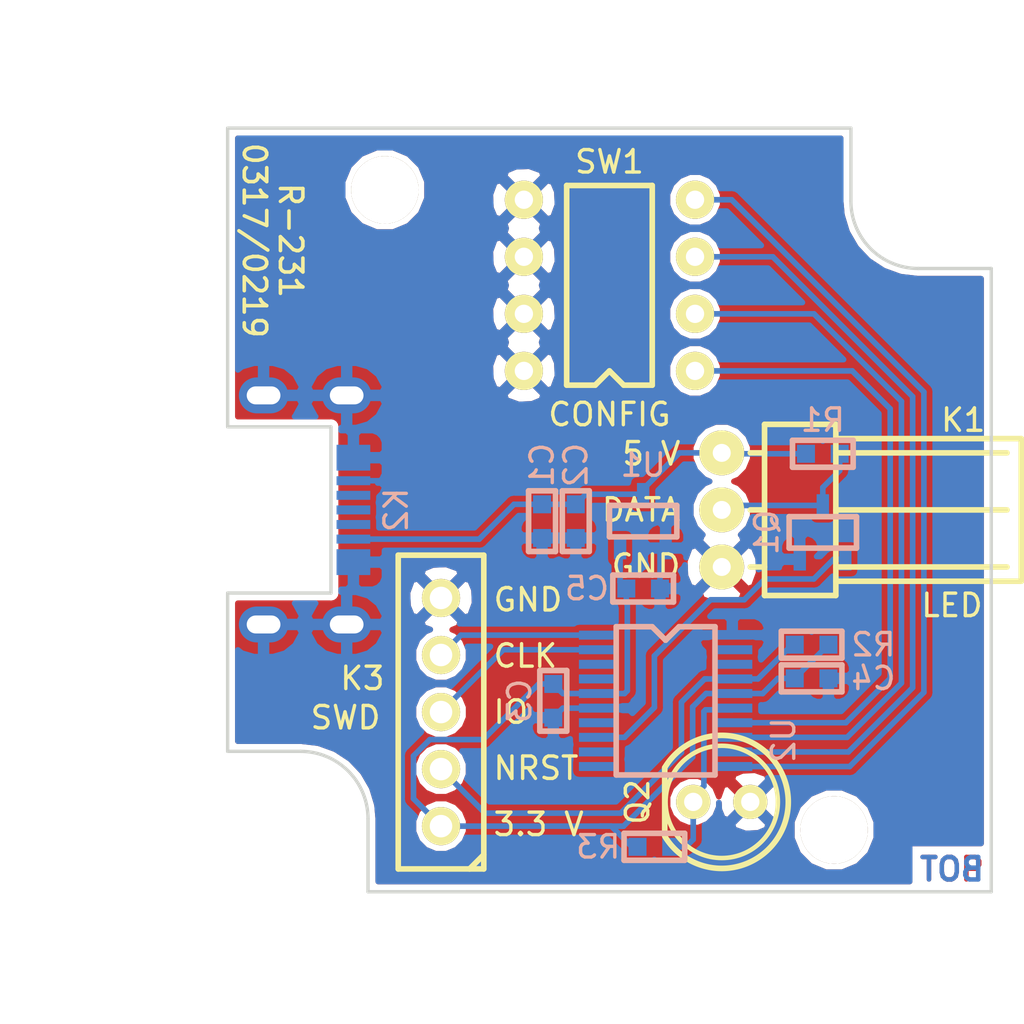
<source format=kicad_pcb>
(kicad_pcb (version 20171130) (host pcbnew 5.0.1)

  (general
    (thickness 1.6)
    (drawings 25)
    (tracks 106)
    (zones 0)
    (modules 18)
    (nets 24)
  )

  (page A4)
  (layers
    (0 F.Cu signal)
    (31 B.Cu signal)
    (32 B.Adhes user)
    (33 F.Adhes user)
    (34 B.Paste user)
    (35 F.Paste user)
    (36 B.SilkS user)
    (37 F.SilkS user)
    (38 B.Mask user)
    (39 F.Mask user)
    (40 Dwgs.User user)
    (41 Cmts.User user)
    (42 Eco1.User user)
    (43 Eco2.User user)
    (44 Edge.Cuts user)
    (45 Margin user)
    (46 B.CrtYd user)
    (47 F.CrtYd user)
    (48 B.Fab user)
    (49 F.Fab user)
  )

  (setup
    (last_trace_width 0.25)
    (trace_clearance 0.25)
    (zone_clearance 0.254)
    (zone_45_only no)
    (trace_min 0.2)
    (segment_width 0.2)
    (edge_width 0.15)
    (via_size 0.6)
    (via_drill 0.4)
    (via_min_size 0.4)
    (via_min_drill 0.3)
    (uvia_size 0.3)
    (uvia_drill 0.1)
    (uvias_allowed no)
    (uvia_min_size 0.2)
    (uvia_min_drill 0.1)
    (pcb_text_width 0.3)
    (pcb_text_size 1.5 1.5)
    (mod_edge_width 0.15)
    (mod_text_size 1 1)
    (mod_text_width 0.15)
    (pad_size 1.7 1.7)
    (pad_drill 1.00076)
    (pad_to_mask_clearance 0.2)
    (solder_mask_min_width 0.25)
    (aux_axis_origin 0 0)
    (visible_elements FFFFFF7F)
    (pcbplotparams
      (layerselection 0x010f0_ffffffff)
      (usegerberextensions true)
      (usegerberattributes false)
      (usegerberadvancedattributes false)
      (creategerberjobfile false)
      (excludeedgelayer false)
      (linewidth 0.100000)
      (plotframeref false)
      (viasonmask false)
      (mode 1)
      (useauxorigin false)
      (hpglpennumber 1)
      (hpglpenspeed 20)
      (hpglpendiameter 15.000000)
      (psnegative false)
      (psa4output false)
      (plotreference true)
      (plotvalue true)
      (plotinvisibletext false)
      (padsonsilk false)
      (subtractmaskfromsilk false)
      (outputformat 1)
      (mirror false)
      (drillshape 0)
      (scaleselection 1)
      (outputdirectory "gerber/"))
  )

  (net 0 "")
  (net 1 +5V)
  (net 2 GND)
  (net 3 +3,3V)
  (net 4 /DO)
  (net 5 "Net-(K2-Pad4)")
  (net 6 "Net-(K2-Pad2)")
  (net 7 "Net-(K2-Pad3)")
  (net 8 /NRST)
  (net 9 /SWDIO)
  (net 10 /SWCLK)
  (net 11 "Net-(Q1-Pad1)")
  (net 12 "Net-(U2-Pad11)")
  (net 13 "Net-(U2-Pad12)")
  (net 14 "Net-(U2-Pad14)")
  (net 15 "Net-(U2-Pad17)")
  (net 16 "Net-(U2-Pad18)")
  (net 17 "Net-(U2-Pad2)")
  (net 18 "Net-(U2-Pad3)")
  (net 19 "Net-(SW1-Pad1)")
  (net 20 "Net-(SW1-Pad2)")
  (net 21 "Net-(SW1-Pad3)")
  (net 22 "Net-(SW1-Pad4)")
  (net 23 "Net-(Q2-Pad2)")

  (net_class Default "Dies ist die voreingestellte Netzklasse."
    (clearance 0.25)
    (trace_width 0.25)
    (via_dia 0.6)
    (via_drill 0.4)
    (uvia_dia 0.3)
    (uvia_drill 0.1)
    (add_net +3,3V)
    (add_net +5V)
    (add_net /DO)
    (add_net /NRST)
    (add_net /SWCLK)
    (add_net /SWDIO)
    (add_net GND)
    (add_net "Net-(K2-Pad2)")
    (add_net "Net-(K2-Pad3)")
    (add_net "Net-(K2-Pad4)")
    (add_net "Net-(Q1-Pad1)")
    (add_net "Net-(Q2-Pad2)")
    (add_net "Net-(SW1-Pad1)")
    (add_net "Net-(SW1-Pad2)")
    (add_net "Net-(SW1-Pad3)")
    (add_net "Net-(SW1-Pad4)")
    (add_net "Net-(U2-Pad11)")
    (add_net "Net-(U2-Pad12)")
    (add_net "Net-(U2-Pad14)")
    (add_net "Net-(U2-Pad17)")
    (add_net "Net-(U2-Pad18)")
    (add_net "Net-(U2-Pad2)")
    (add_net "Net-(U2-Pad3)")
  )

  (module mech:HOLE_3mm (layer F.Cu) (tedit 0) (tstamp 58810E87)
    (at 90 85.75)
    (fp_text reference HOLE_3mm (at 0 -3.81) (layer F.SilkS) hide
      (effects (font (size 1 1) (thickness 0.15)))
    )
    (fp_text value VAL** (at 0 3.81) (layer F.SilkS) hide
      (effects (font (size 1 1) (thickness 0.15)))
    )
    (pad 1 thru_hole circle (at 0 0) (size 2.99974 2.99974) (drill 2.99974) (layers *.Cu *.Mask F.SilkS))
  )

  (module mech:HOLE_3mm (layer F.Cu) (tedit 0) (tstamp 58810E8B)
    (at 110 114.25)
    (fp_text reference HOLE_3mm (at 0 -3.81) (layer F.SilkS) hide
      (effects (font (size 1 1) (thickness 0.15)))
    )
    (fp_text value VAL** (at 0 3.81) (layer F.SilkS) hide
      (effects (font (size 1 1) (thickness 0.15)))
    )
    (pad 1 thru_hole circle (at 0 0) (size 2.99974 2.99974) (drill 2.99974) (layers *.Cu *.Mask F.SilkS))
  )

  (module rcl:0603_B (layer B.Cu) (tedit 5C3780DB) (tstamp 58810EE3)
    (at 97 100.5 270)
    (path /5881056F)
    (fp_text reference C1 (at -2.5 0 270) (layer B.SilkS)
      (effects (font (size 1 1) (thickness 0.15)) (justify mirror))
    )
    (fp_text value 1µ (at 0 -2.54 270) (layer B.SilkS) hide
      (effects (font (size 1 1) (thickness 0.15)) (justify mirror))
    )
    (fp_line (start -1.35 0.6) (end -1.35 -0.6) (layer B.SilkS) (width 0.25))
    (fp_line (start 1.35 -0.6) (end 1.35 0.6) (layer B.SilkS) (width 0.25))
    (fp_line (start 1.35 0.6) (end -1.35 0.6) (layer B.SilkS) (width 0.25))
    (fp_line (start -1.35 -0.6) (end 1.35 -0.6) (layer B.SilkS) (width 0.25))
    (pad 1 smd rect (at -0.75 0 270) (size 0.8 0.8) (layers B.Cu B.Paste B.Mask)
      (net 1 +5V))
    (pad 2 smd rect (at 0.75 0 270) (size 0.8 0.8) (layers B.Cu B.Paste B.Mask)
      (net 2 GND))
  )

  (module rcl:0603_B (layer B.Cu) (tedit 5C3780CF) (tstamp 58810EE9)
    (at 98.5 100.5 270)
    (path /5880FE09)
    (fp_text reference C2 (at -2.5 0 270) (layer B.SilkS)
      (effects (font (size 1 1) (thickness 0.15)) (justify mirror))
    )
    (fp_text value 100n (at 0 -2.54 270) (layer B.SilkS) hide
      (effects (font (size 1 1) (thickness 0.15)) (justify mirror))
    )
    (fp_line (start -1.35 0.6) (end -1.35 -0.6) (layer B.SilkS) (width 0.25))
    (fp_line (start 1.35 -0.6) (end 1.35 0.6) (layer B.SilkS) (width 0.25))
    (fp_line (start 1.35 0.6) (end -1.35 0.6) (layer B.SilkS) (width 0.25))
    (fp_line (start -1.35 -0.6) (end 1.35 -0.6) (layer B.SilkS) (width 0.25))
    (pad 1 smd rect (at -0.75 0 270) (size 0.8 0.8) (layers B.Cu B.Paste B.Mask)
      (net 1 +5V))
    (pad 2 smd rect (at 0.75 0 270) (size 0.8 0.8) (layers B.Cu B.Paste B.Mask)
      (net 2 GND))
  )

  (module rcl:0603_B (layer B.Cu) (tedit 5C378103) (tstamp 58810EEF)
    (at 97.5 108.5 270)
    (path /5880FBAF)
    (fp_text reference C3 (at 0 1.5 270) (layer B.SilkS)
      (effects (font (size 1 1) (thickness 0.15)) (justify mirror))
    )
    (fp_text value 100n (at 0 -2.54 270) (layer B.SilkS) hide
      (effects (font (size 1 1) (thickness 0.15)) (justify mirror))
    )
    (fp_line (start -1.35 0.6) (end -1.35 -0.6) (layer B.SilkS) (width 0.25))
    (fp_line (start 1.35 -0.6) (end 1.35 0.6) (layer B.SilkS) (width 0.25))
    (fp_line (start 1.35 0.6) (end -1.35 0.6) (layer B.SilkS) (width 0.25))
    (fp_line (start -1.35 -0.6) (end 1.35 -0.6) (layer B.SilkS) (width 0.25))
    (pad 1 smd rect (at -0.75 0 270) (size 0.8 0.8) (layers B.Cu B.Paste B.Mask)
      (net 3 +3,3V))
    (pad 2 smd rect (at 0.75 0 270) (size 0.8 0.8) (layers B.Cu B.Paste B.Mask)
      (net 2 GND))
  )

  (module rcl:0603_B (layer B.Cu) (tedit 5C3780F4) (tstamp 58810EF5)
    (at 109 107.5)
    (path /5880FB4C)
    (fp_text reference C4 (at 2.75 0) (layer B.SilkS)
      (effects (font (size 1 1) (thickness 0.15)) (justify mirror))
    )
    (fp_text value 100n (at 0 -2.54) (layer B.SilkS) hide
      (effects (font (size 1 1) (thickness 0.15)) (justify mirror))
    )
    (fp_line (start -1.35 0.6) (end -1.35 -0.6) (layer B.SilkS) (width 0.25))
    (fp_line (start 1.35 -0.6) (end 1.35 0.6) (layer B.SilkS) (width 0.25))
    (fp_line (start 1.35 0.6) (end -1.35 0.6) (layer B.SilkS) (width 0.25))
    (fp_line (start -1.35 -0.6) (end 1.35 -0.6) (layer B.SilkS) (width 0.25))
    (pad 1 smd rect (at -0.75 0) (size 0.8 0.8) (layers B.Cu B.Paste B.Mask)
      (net 3 +3,3V))
    (pad 2 smd rect (at 0.75 0) (size 0.8 0.8) (layers B.Cu B.Paste B.Mask)
      (net 2 GND))
  )

  (module conn:PSS254-3W (layer F.Cu) (tedit 0) (tstamp 58810F0A)
    (at 105 100 270)
    (path /588102F1)
    (fp_text reference K1 (at -4 -10.75) (layer F.SilkS)
      (effects (font (size 1 1) (thickness 0.15)))
    )
    (fp_text value LED (at 4.25 -10.25) (layer F.SilkS)
      (effects (font (size 1 1) (thickness 0.15)))
    )
    (fp_line (start -3.81 -1.905) (end -3.81 -5.08) (layer F.SilkS) (width 0.25))
    (fp_line (start 3.81 -1.905) (end 3.81 -5.08) (layer F.SilkS) (width 0.25))
    (fp_line (start -2.54 -1.27) (end -2.54 -1.905) (layer F.SilkS) (width 0.25))
    (fp_line (start 0 -1.27) (end 0 -1.905) (layer F.SilkS) (width 0.25))
    (fp_line (start -2.54 -5.08) (end -2.54 -12.7) (layer F.SilkS) (width 0.25))
    (fp_line (start 0 -5.08) (end 0 -12.7) (layer F.SilkS) (width 0.25))
    (fp_line (start -3.175 -13.335) (end -3.175 -5.08) (layer F.SilkS) (width 0.25))
    (fp_line (start 3.175 -13.335) (end 3.175 -5.08) (layer F.SilkS) (width 0.25))
    (fp_line (start -3.81 -5.08) (end 3.81 -5.08) (layer F.SilkS) (width 0.25))
    (fp_line (start -3.81 -1.905) (end 3.81 -1.905) (layer F.SilkS) (width 0.25))
    (fp_line (start 2.54 -1.905) (end 2.54 -1.27) (layer F.SilkS) (width 0.25))
    (fp_line (start 2.54 -5.08) (end 2.54 -12.7) (layer F.SilkS) (width 0.25))
    (fp_line (start 2.54 -13.335) (end 3.175 -13.335) (layer F.SilkS) (width 0.25))
    (fp_line (start -3.175 -13.335) (end 2.54 -13.335) (layer F.SilkS) (width 0.25))
    (pad 3 thru_hole circle (at 2.54 0 270) (size 1.99898 1.99898) (drill 0.8001) (layers *.Cu *.Mask F.SilkS)
      (net 2 GND))
    (pad 2 thru_hole circle (at 0 0 270) (size 1.99898 1.99898) (drill 0.8001) (layers *.Cu *.Mask F.SilkS)
      (net 4 /DO))
    (pad 1 thru_hole circle (at -2.54 0 270) (size 1.99898 1.99898) (drill 0.8001) (layers *.Cu *.Mask F.SilkS)
      (net 1 +5V))
  )

  (module conn:PINHEAD_1_5 (layer F.Cu) (tedit 58811085) (tstamp 58810F2A)
    (at 92.5 109 90)
    (path /58810206)
    (fp_text reference K3 (at 1.5 -3.5 180) (layer F.SilkS)
      (effects (font (size 1 1) (thickness 0.15)))
    )
    (fp_text value SWD (at -0.25 -4.25 180) (layer F.SilkS)
      (effects (font (size 1 1) (thickness 0.15)))
    )
    (fp_line (start -6.985 -1.905) (end 6.985 -1.905) (layer F.SilkS) (width 0.25))
    (fp_line (start -6.985 1.905) (end 6.985 1.905) (layer F.SilkS) (width 0.25))
    (fp_line (start -6.985 1.27) (end -6.35 1.905) (layer F.SilkS) (width 0.25))
    (fp_line (start 6.985 -1.905) (end 6.985 1.905) (layer F.SilkS) (width 0.25))
    (fp_line (start -6.985 -1.905) (end -6.985 1.905) (layer F.SilkS) (width 0.25))
    (pad 1 thru_hole circle (at -5.08 0 90) (size 1.7 1.7) (drill 1.00076) (layers *.Cu *.Mask F.SilkS)
      (net 3 +3,3V))
    (pad 2 thru_hole circle (at -2.54 0 90) (size 1.7 1.7) (drill 1.00076) (layers *.Cu *.Mask F.SilkS)
      (net 8 /NRST))
    (pad 3 thru_hole circle (at 0 0 90) (size 1.7 1.7) (drill 1.00076) (layers *.Cu *.Mask F.SilkS)
      (net 9 /SWDIO))
    (pad 4 thru_hole circle (at 2.54 0 90) (size 1.7 1.7) (drill 1.00076) (layers *.Cu *.Mask F.SilkS)
      (net 10 /SWCLK))
    (pad 5 thru_hole circle (at 5.08 0 90) (size 1.7 1.7) (drill 1.00076) (layers *.Cu *.Mask F.SilkS)
      (net 2 GND))
  )

  (module sot:SOT23 (layer B.Cu) (tedit 5C3780D2) (tstamp 58810F31)
    (at 109.5 101 90)
    (path /5880F888)
    (fp_text reference Q1 (at 0 -2.5 90) (layer B.SilkS)
      (effects (font (size 1 1) (thickness 0.15)) (justify mirror))
    )
    (fp_text value BSS138 (at 0 -2.54 90) (layer B.SilkS) hide
      (effects (font (size 1 1) (thickness 0.15)) (justify mirror))
    )
    (fp_line (start -0.7 1.5) (end 0.7 1.5) (layer B.SilkS) (width 0.25))
    (fp_line (start 0.7 -1.5) (end -0.7 -1.5) (layer B.SilkS) (width 0.25))
    (fp_line (start 0.7 -1.5) (end 0.7 1.5) (layer B.SilkS) (width 0.25))
    (fp_line (start -0.7 -1.5) (end -0.7 1.5) (layer B.SilkS) (width 0.25))
    (pad 2 smd rect (at -1.19888 -1.02616 90) (size 1.00076 0.55118) (layers B.Cu B.Paste B.Mask)
      (net 2 GND))
    (pad 1 smd rect (at -1.19888 1.00076 90) (size 1.00076 0.55118) (layers B.Cu B.Paste B.Mask)
      (net 11 "Net-(Q1-Pad1)"))
    (pad 3 smd rect (at 1.19888 0 90) (size 1.00076 0.55118) (layers B.Cu B.Paste B.Mask)
      (net 4 /DO))
  )

  (module rcl:0603_B (layer B.Cu) (tedit 5C377FE4) (tstamp 58810F37)
    (at 109.5 97.5)
    (path /5880F8C9)
    (fp_text reference R1 (at 0 -1.5) (layer B.SilkS)
      (effects (font (size 1 1) (thickness 0.15)) (justify mirror))
    )
    (fp_text value 4k7 (at 0 -2.54) (layer B.SilkS) hide
      (effects (font (size 1 1) (thickness 0.15)) (justify mirror))
    )
    (fp_line (start -1.35 0.6) (end -1.35 -0.6) (layer B.SilkS) (width 0.25))
    (fp_line (start 1.35 -0.6) (end 1.35 0.6) (layer B.SilkS) (width 0.25))
    (fp_line (start 1.35 0.6) (end -1.35 0.6) (layer B.SilkS) (width 0.25))
    (fp_line (start -1.35 -0.6) (end 1.35 -0.6) (layer B.SilkS) (width 0.25))
    (pad 1 smd rect (at -0.75 0) (size 0.8 0.8) (layers B.Cu B.Paste B.Mask)
      (net 1 +5V))
    (pad 2 smd rect (at 0.75 0) (size 0.8 0.8) (layers B.Cu B.Paste B.Mask)
      (net 4 /DO))
  )

  (module rcl:0603_B (layer B.Cu) (tedit 5C3780F6) (tstamp 58810F3D)
    (at 109 106 180)
    (path /5880F9A1)
    (fp_text reference R2 (at -2.75 0 180) (layer B.SilkS)
      (effects (font (size 1 1) (thickness 0.15)) (justify mirror))
    )
    (fp_text value 10k (at 0 -2.54 180) (layer B.SilkS) hide
      (effects (font (size 1 1) (thickness 0.15)) (justify mirror))
    )
    (fp_line (start -1.35 0.6) (end -1.35 -0.6) (layer B.SilkS) (width 0.25))
    (fp_line (start 1.35 -0.6) (end 1.35 0.6) (layer B.SilkS) (width 0.25))
    (fp_line (start 1.35 0.6) (end -1.35 0.6) (layer B.SilkS) (width 0.25))
    (fp_line (start -1.35 -0.6) (end 1.35 -0.6) (layer B.SilkS) (width 0.25))
    (pad 1 smd rect (at -0.75 0 180) (size 0.8 0.8) (layers B.Cu B.Paste B.Mask)
      (net 3 +3,3V))
    (pad 2 smd rect (at 0.75 0 180) (size 0.8 0.8) (layers B.Cu B.Paste B.Mask)
      (net 8 /NRST))
  )

  (module sot:SOT23 (layer B.Cu) (tedit 5C377FF2) (tstamp 58810F44)
    (at 101.5 100.5 90)
    (path /5880FD6D)
    (fp_text reference U1 (at 2.5 0 180) (layer B.SilkS)
      (effects (font (size 1 1) (thickness 0.15)) (justify mirror))
    )
    (fp_text value MCP1700-3302 (at 0 -2.54 90) (layer B.SilkS) hide
      (effects (font (size 1 1) (thickness 0.15)) (justify mirror))
    )
    (fp_line (start -0.7 1.5) (end 0.7 1.5) (layer B.SilkS) (width 0.25))
    (fp_line (start 0.7 -1.5) (end -0.7 -1.5) (layer B.SilkS) (width 0.25))
    (fp_line (start 0.7 -1.5) (end 0.7 1.5) (layer B.SilkS) (width 0.25))
    (fp_line (start -0.7 -1.5) (end -0.7 1.5) (layer B.SilkS) (width 0.25))
    (pad 2 smd rect (at -1.19888 -1.02616 90) (size 1.00076 0.55118) (layers B.Cu B.Paste B.Mask)
      (net 3 +3,3V))
    (pad 1 smd rect (at -1.19888 1.00076 90) (size 1.00076 0.55118) (layers B.Cu B.Paste B.Mask)
      (net 2 GND))
    (pad 3 smd rect (at 1.19888 0 90) (size 1.00076 0.55118) (layers B.Cu B.Paste B.Mask)
      (net 1 +5V))
  )

  (module tssop:TSSOP20 (layer B.Cu) (tedit 5C37810A) (tstamp 58810F5C)
    (at 102.5 108.5 180)
    (path /5880F838)
    (fp_text reference U2 (at -5.25 -1.75 270) (layer B.SilkS)
      (effects (font (size 1 1) (thickness 0.15)) (justify mirror))
    )
    (fp_text value STM32F030F4P6 (at 0 -4.445 180) (layer B.SilkS) hide
      (effects (font (size 1 1) (thickness 0.15)) (justify mirror))
    )
    (fp_line (start 2.2 -3.3) (end 2.2 3.3) (layer B.SilkS) (width 0.25))
    (fp_line (start 2.2 3.3) (end 0.6 3.3) (layer B.SilkS) (width 0.25))
    (fp_line (start 0.6 3.3) (end 0 2.7) (layer B.SilkS) (width 0.25))
    (fp_line (start 0 2.7) (end -0.6 3.3) (layer B.SilkS) (width 0.25))
    (fp_line (start -0.6 3.3) (end -2.2 3.3) (layer B.SilkS) (width 0.25))
    (fp_line (start -2.2 3.3) (end -2.2 -3.3) (layer B.SilkS) (width 0.25))
    (fp_line (start -2.2 -3.3) (end 2.2 -3.3) (layer B.SilkS) (width 0.25))
    (pad 11 smd rect (at 2.97 -2.925 180) (size 1.78 0.4) (layers B.Cu B.Paste B.Mask)
      (net 12 "Net-(U2-Pad11)"))
    (pad 12 smd rect (at 2.97 -2.275 180) (size 1.78 0.4) (layers B.Cu B.Paste B.Mask)
      (net 13 "Net-(U2-Pad12)"))
    (pad 9 smd rect (at -2.97 -2.275 180) (size 1.78 0.4) (layers B.Cu B.Paste B.Mask)
      (net 21 "Net-(SW1-Pad3)"))
    (pad 10 smd rect (at -2.97 -2.925 180) (size 1.78 0.4) (layers B.Cu B.Paste B.Mask)
      (net 22 "Net-(SW1-Pad4)"))
    (pad 8 smd rect (at -2.97 -1.625 180) (size 1.78 0.4) (layers B.Cu B.Paste B.Mask)
      (net 20 "Net-(SW1-Pad2)"))
    (pad 5 smd rect (at -2.97 0.325 180) (size 1.78 0.4) (layers B.Cu B.Paste B.Mask)
      (net 3 +3,3V))
    (pad 7 smd rect (at -2.97 -0.975 180) (size 1.78 0.4) (layers B.Cu B.Paste B.Mask)
      (net 19 "Net-(SW1-Pad1)"))
    (pad 6 smd rect (at -2.97 -0.325 180) (size 1.78 0.4) (layers B.Cu B.Paste B.Mask)
      (net 23 "Net-(Q2-Pad2)"))
    (pad 15 smd rect (at 2.97 -0.325 180) (size 1.78 0.4) (layers B.Cu B.Paste B.Mask)
      (net 2 GND))
    (pad 14 smd rect (at 2.97 -0.975 180) (size 1.78 0.4) (layers B.Cu B.Paste B.Mask)
      (net 14 "Net-(U2-Pad14)"))
    (pad 16 smd rect (at 2.97 0.325 180) (size 1.78 0.4) (layers B.Cu B.Paste B.Mask)
      (net 3 +3,3V))
    (pad 13 smd rect (at 2.97 -1.625 180) (size 1.78 0.4) (layers B.Cu B.Paste B.Mask)
      (net 11 "Net-(Q1-Pad1)"))
    (pad 17 smd rect (at 2.97 0.975 180) (size 1.78 0.4) (layers B.Cu B.Paste B.Mask)
      (net 15 "Net-(U2-Pad17)"))
    (pad 20 smd rect (at 2.97 2.925 180) (size 1.78 0.4) (layers B.Cu B.Paste B.Mask)
      (net 10 /SWCLK))
    (pad 18 smd rect (at 2.97 1.625 180) (size 1.78 0.4) (layers B.Cu B.Paste B.Mask)
      (net 16 "Net-(U2-Pad18)"))
    (pad 19 smd rect (at 2.97 2.275 180) (size 1.78 0.4) (layers B.Cu B.Paste B.Mask)
      (net 9 /SWDIO))
    (pad 2 smd rect (at -2.97 2.275 180) (size 1.78 0.4) (layers B.Cu B.Paste B.Mask)
      (net 17 "Net-(U2-Pad2)"))
    (pad 3 smd rect (at -2.97 1.625 180) (size 1.78 0.4) (layers B.Cu B.Paste B.Mask)
      (net 18 "Net-(U2-Pad3)"))
    (pad 1 smd rect (at -2.97 2.925 180) (size 1.78 0.4) (layers B.Cu B.Paste B.Mask)
      (net 2 GND))
    (pad 4 smd rect (at -2.97 0.975 180) (size 1.78 0.4) (layers B.Cu B.Paste B.Mask)
      (net 8 /NRST))
  )

  (module conn:USB_B_MICRO_W_SMT_AMPHENOL_10103593 (layer B.Cu) (tedit 5C377F4D) (tstamp 58810F1C)
    (at 83 100 270)
    (path /58810A58)
    (fp_text reference K2 (at 0 -7.5 270) (layer B.SilkS)
      (effects (font (size 1 1) (thickness 0.15)) (justify mirror))
    )
    (fp_text value MICROUSB (at 0 2.54 270) (layer B.SilkS) hide
      (effects (font (size 1 1) (thickness 0.15)) (justify mirror))
    )
    (fp_line (start 3.7 -4.6) (end 3.7 0) (layer Edge.Cuts) (width 0.15))
    (fp_line (start -3.7 -4.6) (end 3.7 -4.6) (layer Edge.Cuts) (width 0.15))
    (fp_line (start -3.7 0) (end -3.7 -4.6) (layer Edge.Cuts) (width 0.15))
    (pad T thru_hole oval (at 5.1 -5.3 270) (size 1.6 2.2) (drill oval 0.8 1.5) (layers *.Mask B.Cu B.Paste)
      (net 2 GND))
    (pad 3 smd rect (at 0 -5.6 270) (size 0.4 1.5) (layers B.Cu B.Paste B.Mask)
      (net 7 "Net-(K2-Pad3)"))
    (pad 2 smd rect (at 0.65 -5.6 270) (size 0.4 1.5) (layers B.Cu B.Paste B.Mask)
      (net 6 "Net-(K2-Pad2)"))
    (pad 4 smd rect (at -0.65 -5.6 270) (size 0.4 1.5) (layers B.Cu B.Paste B.Mask)
      (net 5 "Net-(K2-Pad4)"))
    (pad 5 smd rect (at -1.3 -5.6 270) (size 0.4 1.5) (layers B.Cu B.Paste B.Mask)
      (net 2 GND))
    (pad 1 smd rect (at 1.3 -5.6 270) (size 0.4 1.5) (layers B.Cu B.Paste B.Mask)
      (net 1 +5V))
    (pad T smd rect (at 2.325 -5.6 270) (size 1.15 1.5) (layers B.Cu B.Paste B.Mask)
      (net 2 GND))
    (pad T smd rect (at -2.325 -5.6 270) (size 1.15 1.5) (layers B.Cu B.Paste B.Mask)
      (net 2 GND))
    (pad T thru_hole oval (at 5.1 -1.6 270) (size 1.6 2.2) (drill oval 0.8 1.5) (layers *.Mask B.Cu B.Paste)
      (net 2 GND))
    (pad T thru_hole oval (at -5.1 -1.6 270) (size 1.6 2.2) (drill oval 0.8 1.5) (layers *.Mask B.Cu B.Paste)
      (net 2 GND))
    (pad T thru_hole oval (at -5.1 -5.3 270) (size 1.6 2.2) (drill oval 0.8 1.5) (layers *.Mask B.Cu B.Paste)
      (net 2 GND))
  )

  (module rcl:0603_B (layer B.Cu) (tedit 5C3780D7) (tstamp 588117BC)
    (at 101.5 103.5)
    (path /58811402)
    (fp_text reference C5 (at -2.5 0) (layer B.SilkS)
      (effects (font (size 1 1) (thickness 0.15)) (justify mirror))
    )
    (fp_text value 1µ (at 0 -2.54) (layer B.SilkS) hide
      (effects (font (size 1 1) (thickness 0.15)) (justify mirror))
    )
    (fp_line (start -1.35 0.6) (end -1.35 -0.6) (layer B.SilkS) (width 0.25))
    (fp_line (start 1.35 -0.6) (end 1.35 0.6) (layer B.SilkS) (width 0.25))
    (fp_line (start 1.35 0.6) (end -1.35 0.6) (layer B.SilkS) (width 0.25))
    (fp_line (start -1.35 -0.6) (end 1.35 -0.6) (layer B.SilkS) (width 0.25))
    (pad 1 smd rect (at -0.75 0) (size 0.8 0.8) (layers B.Cu B.Paste B.Mask)
      (net 3 +3,3V))
    (pad 2 smd rect (at 0.75 0) (size 0.8 0.8) (layers B.Cu B.Paste B.Mask)
      (net 2 GND))
  )

  (module dip:DIP8_300 (layer F.Cu) (tedit 0) (tstamp 5C377F70)
    (at 100 90 90)
    (path /5881152C)
    (fp_text reference SW1 (at 5.5 0 180) (layer F.SilkS)
      (effects (font (size 1 1) (thickness 0.15)))
    )
    (fp_text value CONFIG (at -5.75 0 180) (layer F.SilkS)
      (effects (font (size 1 1) (thickness 0.15)))
    )
    (fp_line (start -3.81 0) (end -4.445 0.635) (layer F.SilkS) (width 0.25))
    (fp_line (start -4.445 -0.635) (end -3.81 0) (layer F.SilkS) (width 0.25))
    (fp_line (start -4.445 1.905) (end -4.445 0.635) (layer F.SilkS) (width 0.25))
    (fp_line (start -4.445 -0.635) (end -4.445 -1.905) (layer F.SilkS) (width 0.25))
    (fp_line (start 4.445 1.905) (end 4.445 -1.905) (layer F.SilkS) (width 0.25))
    (fp_line (start -4.445 1.905) (end 4.445 1.905) (layer F.SilkS) (width 0.25))
    (fp_line (start -4.445 -1.905) (end 4.445 -1.905) (layer F.SilkS) (width 0.25))
    (pad 8 thru_hole circle (at -3.81 -3.81 90) (size 1.7 1.7) (drill 0.8128) (layers *.Cu *.Mask F.SilkS)
      (net 2 GND))
    (pad 7 thru_hole circle (at -1.27 -3.81 90) (size 1.7 1.7) (drill 0.8128) (layers *.Cu *.Mask F.SilkS)
      (net 2 GND))
    (pad 4 thru_hole circle (at 3.81 3.81 90) (size 1.7 1.7) (drill 0.8128) (layers *.Cu *.Mask F.SilkS)
      (net 22 "Net-(SW1-Pad4)"))
    (pad 3 thru_hole circle (at 1.27 3.81 90) (size 1.7 1.7) (drill 0.8128) (layers *.Cu *.Mask F.SilkS)
      (net 21 "Net-(SW1-Pad3)"))
    (pad 2 thru_hole circle (at -1.27 3.81 90) (size 1.7 1.7) (drill 0.8128) (layers *.Cu *.Mask F.SilkS)
      (net 20 "Net-(SW1-Pad2)"))
    (pad 1 thru_hole circle (at -3.81 3.81 90) (size 1.7 1.7) (drill 0.8128) (layers *.Cu *.Mask F.SilkS)
      (net 19 "Net-(SW1-Pad1)"))
    (pad 5 thru_hole circle (at 3.81 -3.81 90) (size 1.7 1.7) (drill 0.8128) (layers *.Cu *.Mask F.SilkS)
      (net 2 GND))
    (pad 6 thru_hole circle (at 1.27 -3.81 90) (size 1.7 1.7) (drill 0.8128) (layers *.Cu *.Mask F.SilkS)
      (net 2 GND))
  )

  (module rcl:0603_B (layer B.Cu) (tedit 5C37810C) (tstamp 58811A5F)
    (at 102 115 180)
    (path /58812134)
    (fp_text reference R3 (at 2.5 0 180) (layer B.SilkS)
      (effects (font (size 1 1) (thickness 0.15)) (justify mirror))
    )
    (fp_text value 4k7 (at 0 -2.54 180) (layer B.SilkS) hide
      (effects (font (size 1 1) (thickness 0.15)) (justify mirror))
    )
    (fp_line (start -1.35 0.6) (end -1.35 -0.6) (layer B.SilkS) (width 0.25))
    (fp_line (start 1.35 -0.6) (end 1.35 0.6) (layer B.SilkS) (width 0.25))
    (fp_line (start 1.35 0.6) (end -1.35 0.6) (layer B.SilkS) (width 0.25))
    (fp_line (start -1.35 -0.6) (end 1.35 -0.6) (layer B.SilkS) (width 0.25))
    (pad 1 smd rect (at -0.75 0 180) (size 0.8 0.8) (layers B.Cu B.Paste B.Mask)
      (net 23 "Net-(Q2-Pad2)"))
    (pad 2 smd rect (at 0.75 0 180) (size 0.8 0.8) (layers B.Cu B.Paste B.Mask)
      (net 3 +3,3V))
  )

  (module led:LED_5mm_100 (layer F.Cu) (tedit 5C378000) (tstamp 58812099)
    (at 105 113 180)
    (path /588120AF)
    (fp_text reference Q2 (at 3.75 0 270) (layer F.SilkS)
      (effects (font (size 1 1) (thickness 0.15)))
    )
    (fp_text value SFH320 (at 0 3.81 180) (layer F.SilkS) hide
      (effects (font (size 1 1) (thickness 0.15)))
    )
    (fp_circle (center 0 0) (end 2.49936 0) (layer F.SilkS) (width 0.20066))
    (fp_line (start 2.54 1.524) (end 2.54 -1.524) (layer F.SilkS) (width 0.25))
    (fp_arc (start 0 0) (end 2.54 1.524) (angle 297) (layer F.SilkS) (width 0.25))
    (pad 1 thru_hole circle (at -1.27 0 180) (size 1.524 1.524) (drill 0.8128) (layers *.Cu *.Mask F.SilkS)
      (net 2 GND))
    (pad 2 thru_hole circle (at 1.27 0 180) (size 1.524 1.524) (drill 0.8128) (layers *.Cu *.Mask F.SilkS)
      (net 23 "Net-(Q2-Pad2)"))
  )

  (gr_text "Top layer is not necessary" (at 99.25 121.5) (layer Cmts.User)
    (effects (font (size 1.5 1.5) (thickness 0.3)))
  )
  (gr_text "R-231\n0317/0219" (at 85 88 270) (layer F.SilkS)
    (effects (font (size 1 1) (thickness 0.16)))
  )
  (gr_text BOT (at 115.25 116) (layer B.Cu)
    (effects (font (size 1 1) (thickness 0.2)) (justify mirror))
  )
  (gr_text TOP (at 115.25 116) (layer F.Cu)
    (effects (font (size 1 1) (thickness 0.2)))
  )
  (gr_text GND (at 103.25 102.5) (layer F.SilkS) (tstamp 5C37868F)
    (effects (font (size 1 1) (thickness 0.15)) (justify right))
  )
  (gr_text DATA (at 103.25 100) (layer F.SilkS) (tstamp 5C37868D)
    (effects (font (size 1 1) (thickness 0.15)) (justify right))
  )
  (gr_text "5 V" (at 103.25 97.5) (layer F.SilkS)
    (effects (font (size 1 1) (thickness 0.15)) (justify right))
  )
  (dimension 34 (width 0.3) (layer Dwgs.User)
    (gr_text "34,000 mm" (at 100 78.4) (layer Dwgs.User)
      (effects (font (size 1.5 1.5) (thickness 0.3)))
    )
    (feature1 (pts (xy 117 83) (xy 117 79.913579)))
    (feature2 (pts (xy 83 83) (xy 83 79.913579)))
    (crossbar (pts (xy 83 80.5) (xy 117 80.5)))
    (arrow1a (pts (xy 117 80.5) (xy 115.873496 81.086421)))
    (arrow1b (pts (xy 117 80.5) (xy 115.873496 79.913579)))
    (arrow2a (pts (xy 83 80.5) (xy 84.126504 81.086421)))
    (arrow2b (pts (xy 83 80.5) (xy 84.126504 79.913579)))
  )
  (dimension 34 (width 0.3) (layer Dwgs.User)
    (gr_text "34,000 mm" (at 78.4 100 90) (layer Dwgs.User)
      (effects (font (size 1.5 1.5) (thickness 0.3)))
    )
    (feature1 (pts (xy 83 83) (xy 79.913579 83)))
    (feature2 (pts (xy 83 117) (xy 79.913579 117)))
    (crossbar (pts (xy 80.5 117) (xy 80.5 83)))
    (arrow1a (pts (xy 80.5 83) (xy 81.086421 84.126504)))
    (arrow1b (pts (xy 80.5 83) (xy 79.913579 84.126504)))
    (arrow2a (pts (xy 80.5 117) (xy 81.086421 115.873496)))
    (arrow2b (pts (xy 80.5 117) (xy 79.913579 115.873496)))
  )
  (gr_text "3.3 V" (at 94.75 114) (layer F.SilkS) (tstamp 5C3784EB)
    (effects (font (size 1 1) (thickness 0.15)) (justify left))
  )
  (gr_text NRST (at 94.75 111.5) (layer F.SilkS) (tstamp 5C3784D1)
    (effects (font (size 1 1) (thickness 0.15)) (justify left))
  )
  (gr_text IO (at 94.75 109) (layer F.SilkS) (tstamp 5C3784C8)
    (effects (font (size 1 1) (thickness 0.15)) (justify left))
  )
  (gr_text CLK (at 94.75 106.5) (layer F.SilkS) (tstamp 5C3784C4)
    (effects (font (size 1 1) (thickness 0.15)) (justify left))
  )
  (gr_text GND (at 94.75 104) (layer F.SilkS)
    (effects (font (size 1 1) (thickness 0.15)) (justify left))
  )
  (gr_line (start 83 110.75) (end 83 103.7) (layer Edge.Cuts) (width 0.15))
  (gr_arc (start 113.75 86.25) (end 113.75 89.25) (angle 90) (layer Edge.Cuts) (width 0.15))
  (gr_arc (start 86.25 113.75) (end 86.25 110.75) (angle 90) (layer Edge.Cuts) (width 0.15))
  (gr_line (start 89.25 113.75) (end 89.25 117) (layer Edge.Cuts) (width 0.15))
  (gr_line (start 83 110.75) (end 86.25 110.75) (layer Edge.Cuts) (width 0.15))
  (gr_line (start 110.75 86.25) (end 110.75 83) (layer Edge.Cuts) (width 0.15))
  (gr_line (start 117 89.25) (end 113.75 89.25) (layer Edge.Cuts) (width 0.15))
  (gr_line (start 83 96.3) (end 83 83) (angle 90) (layer Edge.Cuts) (width 0.15))
  (gr_line (start 117 117) (end 89.25 117) (angle 90) (layer Edge.Cuts) (width 0.15))
  (gr_line (start 117 89.25) (end 117 117) (angle 90) (layer Edge.Cuts) (width 0.15))
  (gr_line (start 83 83) (end 110.75 83) (angle 90) (layer Edge.Cuts) (width 0.15))

  (segment (start 101.5 99.30112) (end 98.94888 99.30112) (width 0.25) (layer B.Cu) (net 1))
  (segment (start 98.94888 99.30112) (end 98.5 99.75) (width 0.25) (layer B.Cu) (net 1))
  (segment (start 105 97.46) (end 103.11633 97.46) (width 0.25) (layer B.Cu) (net 1))
  (segment (start 103.11633 97.46) (end 101.5 99.07633) (width 0.25) (layer B.Cu) (net 1))
  (segment (start 101.5 99.07633) (end 101.5 99.30112) (width 0.25) (layer B.Cu) (net 1))
  (segment (start 97 99.75) (end 98.5 99.75) (width 0.25) (layer B.Cu) (net 1))
  (segment (start 94.2 101.3) (end 95.75 99.75) (width 0.25) (layer B.Cu) (net 1))
  (segment (start 95.75 99.75) (end 97 99.75) (width 0.25) (layer B.Cu) (net 1))
  (segment (start 88.6 101.3) (end 94.2 101.3) (width 0.25) (layer B.Cu) (net 1))
  (segment (start 108.75 97.5) (end 105.04 97.5) (width 0.25) (layer B.Cu) (net 1))
  (segment (start 105.04 97.5) (end 105 97.46) (width 0.25) (layer B.Cu) (net 1))
  (segment (start 102.25 103.5) (end 102.25 101.94964) (width 0.25) (layer B.Cu) (net 2))
  (segment (start 102.25 101.94964) (end 102.50076 101.69888) (width 0.25) (layer B.Cu) (net 2))
  (segment (start 99.53 108.825) (end 97.925 108.825) (width 0.25) (layer B.Cu) (net 2))
  (segment (start 97.925 108.825) (end 97.5 109.25) (width 0.25) (layer B.Cu) (net 2))
  (segment (start 88.6 98.7) (end 90.2 98.7) (width 0.25) (layer B.Cu) (net 2))
  (segment (start 103.704989 108.767887) (end 104.297876 108.175) (width 0.25) (layer B.Cu) (net 3))
  (segment (start 100.627122 114.08) (end 103.704989 111.002133) (width 0.25) (layer B.Cu) (net 3))
  (segment (start 99.58 114.08) (end 100.627122 114.08) (width 0.25) (layer B.Cu) (net 3))
  (segment (start 104.33 108.175) (end 105.47 108.175) (width 0.25) (layer B.Cu) (net 3))
  (segment (start 103.704989 111.002133) (end 103.704989 108.767887) (width 0.25) (layer B.Cu) (net 3))
  (segment (start 104.297876 108.175) (end 104.33 108.175) (width 0.25) (layer B.Cu) (net 3))
  (segment (start 101.25 115) (end 101 115) (width 0.25) (layer B.Cu) (net 3))
  (segment (start 101 115) (end 100.08 114.08) (width 0.25) (layer B.Cu) (net 3))
  (segment (start 100.08 114.08) (end 99.58 114.08) (width 0.25) (layer B.Cu) (net 3))
  (segment (start 99.58 114.08) (end 92.5 114.08) (width 0.25) (layer B.Cu) (net 3))
  (segment (start 106.825 108.175) (end 107.5 107.5) (width 0.25) (layer B.Cu) (net 3))
  (segment (start 107.5 107.5) (end 108.25 107.5) (width 0.25) (layer B.Cu) (net 3))
  (segment (start 105.47 108.175) (end 106.825 108.175) (width 0.25) (layer B.Cu) (net 3))
  (segment (start 100.75 103.5) (end 100.75 104.15) (width 0.25) (layer B.Cu) (net 3))
  (segment (start 100.75 104.15) (end 100.795001 104.195001) (width 0.25) (layer B.Cu) (net 3))
  (segment (start 100.795001 104.195001) (end 100.795001 108.049999) (width 0.25) (layer B.Cu) (net 3))
  (segment (start 100.795001 108.049999) (end 100.67 108.175) (width 0.25) (layer B.Cu) (net 3))
  (segment (start 100.67 108.175) (end 99.53 108.175) (width 0.25) (layer B.Cu) (net 3))
  (segment (start 92.5 114.08) (end 91.274999 112.854999) (width 0.25) (layer B.Cu) (net 3))
  (segment (start 91.274999 112.854999) (end 91.274999 110.951999) (width 0.25) (layer B.Cu) (net 3))
  (segment (start 91.274999 110.951999) (end 92.001997 110.225001) (width 0.25) (layer B.Cu) (net 3))
  (segment (start 92.001997 110.225001) (end 94.374999 110.225001) (width 0.25) (layer B.Cu) (net 3))
  (segment (start 94.374999 110.225001) (end 96.85 107.75) (width 0.25) (layer B.Cu) (net 3))
  (segment (start 96.85 107.75) (end 97.5 107.75) (width 0.25) (layer B.Cu) (net 3))
  (segment (start 100.47384 101.69888) (end 100.47384 103.22384) (width 0.25) (layer B.Cu) (net 3))
  (segment (start 100.47384 103.22384) (end 100.75 103.5) (width 0.25) (layer B.Cu) (net 3))
  (segment (start 97.5 107.75) (end 97.925 108.175) (width 0.25) (layer B.Cu) (net 3))
  (segment (start 97.925 108.175) (end 99.53 108.175) (width 0.25) (layer B.Cu) (net 3))
  (segment (start 108.25 107.5) (end 109.75 106) (width 0.25) (layer B.Cu) (net 3))
  (segment (start 109.5 99) (end 110.25 98.25) (width 0.25) (layer B.Cu) (net 4))
  (segment (start 110.25 98.25) (end 110.25 97.5) (width 0.25) (layer B.Cu) (net 4))
  (segment (start 109.5 99.80112) (end 109.5 99) (width 0.25) (layer B.Cu) (net 4))
  (segment (start 109.5 99.80112) (end 105.19888 99.80112) (width 0.25) (layer B.Cu) (net 4))
  (segment (start 105.19888 99.80112) (end 105 100) (width 0.25) (layer B.Cu) (net 4))
  (segment (start 92.5 111.54) (end 94.46 113.5) (width 0.25) (layer B.Cu) (net 8))
  (segment (start 103.204978 110.795022) (end 103.204978 108.560776) (width 0.25) (layer B.Cu) (net 8))
  (segment (start 103.204978 108.560776) (end 104.240754 107.525) (width 0.25) (layer B.Cu) (net 8))
  (segment (start 94.46 113.5) (end 100.5 113.5) (width 0.25) (layer B.Cu) (net 8))
  (segment (start 100.5 113.5) (end 103.204978 110.795022) (width 0.25) (layer B.Cu) (net 8))
  (segment (start 104.240754 107.525) (end 104.33 107.525) (width 0.25) (layer B.Cu) (net 8))
  (segment (start 104.33 107.525) (end 105.47 107.525) (width 0.25) (layer B.Cu) (net 8))
  (segment (start 105.47 107.525) (end 106.61 107.525) (width 0.25) (layer B.Cu) (net 8))
  (segment (start 106.61 107.525) (end 108.135 106) (width 0.25) (layer B.Cu) (net 8))
  (segment (start 108.135 106) (end 108.25 106) (width 0.25) (layer B.Cu) (net 8))
  (segment (start 99.53 106.225) (end 95.275 106.225) (width 0.25) (layer B.Cu) (net 9))
  (segment (start 95.275 106.225) (end 92.5 109) (width 0.25) (layer B.Cu) (net 9))
  (segment (start 99.53 105.575) (end 93.385 105.575) (width 0.25) (layer B.Cu) (net 10))
  (segment (start 93.385 105.575) (end 92.5 106.46) (width 0.25) (layer B.Cu) (net 10))
  (segment (start 99.53 110.125) (end 100.67 110.125) (width 0.25) (layer B.Cu) (net 11))
  (segment (start 106.925739 103.074261) (end 109.099789 103.074261) (width 0.25) (layer B.Cu) (net 11))
  (segment (start 100.67 110.125) (end 102 108.795) (width 0.25) (layer B.Cu) (net 11))
  (segment (start 102 106.5) (end 104.5 104) (width 0.25) (layer B.Cu) (net 11))
  (segment (start 104.5 104) (end 106 104) (width 0.25) (layer B.Cu) (net 11))
  (segment (start 102 108.795) (end 102 106.5) (width 0.25) (layer B.Cu) (net 11))
  (segment (start 106 104) (end 106.925739 103.074261) (width 0.25) (layer B.Cu) (net 11))
  (segment (start 109.099789 103.074261) (end 109.97517 102.19888) (width 0.25) (layer B.Cu) (net 11))
  (segment (start 109.97517 102.19888) (end 110.50076 102.19888) (width 0.25) (layer B.Cu) (net 11))
  (segment (start 112.499997 107.500003) (end 112.499997 95.5) (width 0.25) (layer B.Cu) (net 19))
  (segment (start 103.81 93.81) (end 110.809997 93.81) (width 0.25) (layer B.Cu) (net 19))
  (segment (start 110.809997 93.81) (end 112.499997 95.5) (width 0.25) (layer B.Cu) (net 19))
  (segment (start 105.47 109.475) (end 110.525 109.475) (width 0.25) (layer B.Cu) (net 19))
  (segment (start 110.525 109.475) (end 112.499997 107.500003) (width 0.25) (layer B.Cu) (net 19))
  (segment (start 113.000008 107.707114) (end 110.582122 110.125) (width 0.25) (layer B.Cu) (net 20))
  (segment (start 110.582122 110.125) (end 106.61 110.125) (width 0.25) (layer B.Cu) (net 20))
  (segment (start 113.000008 95.164252) (end 113.000008 107.707114) (width 0.25) (layer B.Cu) (net 20))
  (segment (start 106.61 110.125) (end 105.47 110.125) (width 0.25) (layer B.Cu) (net 20))
  (segment (start 103.81 91.27) (end 109.105756 91.27) (width 0.25) (layer B.Cu) (net 20))
  (segment (start 109.105756 91.27) (end 113.000008 95.164252) (width 0.25) (layer B.Cu) (net 20))
  (segment (start 105.012081 88.73) (end 103.81 88.73) (width 0.25) (layer B.Cu) (net 21))
  (segment (start 107.272878 88.73) (end 105.012081 88.73) (width 0.25) (layer B.Cu) (net 21))
  (segment (start 105.47 110.775) (end 110.639244 110.775) (width 0.25) (layer B.Cu) (net 21))
  (segment (start 113.500019 107.914225) (end 113.500019 94.957141) (width 0.25) (layer B.Cu) (net 21))
  (segment (start 110.639244 110.775) (end 113.500019 107.914225) (width 0.25) (layer B.Cu) (net 21))
  (segment (start 113.500019 94.957141) (end 107.272878 88.73) (width 0.25) (layer B.Cu) (net 21))
  (segment (start 105.47 111.425) (end 110.696366 111.425) (width 0.25) (layer B.Cu) (net 22))
  (segment (start 110.696366 111.425) (end 114.00003 108.121336) (width 0.25) (layer B.Cu) (net 22))
  (segment (start 114.00003 108.121336) (end 114.00003 94.75003) (width 0.25) (layer B.Cu) (net 22))
  (segment (start 114.00003 94.75003) (end 105.44 86.19) (width 0.25) (layer B.Cu) (net 22))
  (segment (start 105.44 86.19) (end 103.81 86.19) (width 0.25) (layer B.Cu) (net 22))
  (segment (start 105.47 108.825) (end 105.47 108.899999) (width 0.25) (layer B.Cu) (net 23))
  (segment (start 105.47 108.899999) (end 104.279999 108.899999) (width 0.25) (layer B.Cu) (net 23))
  (segment (start 104.279999 108.899999) (end 104.204999 108.974999) (width 0.25) (layer B.Cu) (net 23))
  (segment (start 104.204999 108.974999) (end 104.204999 112.295001) (width 0.25) (layer B.Cu) (net 23))
  (segment (start 104.204999 112.295001) (end 104 112.5) (width 0.25) (layer B.Cu) (net 23))
  (segment (start 104 112.5) (end 104 112.73) (width 0.25) (layer B.Cu) (net 23))
  (segment (start 104 112.73) (end 103.73 113) (width 0.25) (layer B.Cu) (net 23))
  (segment (start 102.75 115) (end 103.4 115) (width 0.25) (layer B.Cu) (net 23))
  (segment (start 103.4 115) (end 103.73 114.67) (width 0.25) (layer B.Cu) (net 23))
  (segment (start 103.73 114.67) (end 103.73 114.07763) (width 0.25) (layer B.Cu) (net 23))
  (segment (start 103.73 114.07763) (end 103.73 113) (width 0.25) (layer B.Cu) (net 23))

  (zone (net 2) (net_name GND) (layer B.Cu) (tstamp 5C37877F) (hatch edge 0.508)
    (connect_pads (clearance 0.254))
    (min_thickness 0.254)
    (fill yes (arc_segments 16) (thermal_gap 0.508) (thermal_bridge_width 0.508))
    (polygon
      (pts
        (xy 82.5 82.5) (xy 117.5 82.5) (xy 117.5 117.5) (xy 82.5 117.5)
      )
    )
    (filled_polygon
      (pts
        (xy 110.294 86.294908) (xy 110.297982 86.314925) (xy 110.343218 86.82179) (xy 110.346997 86.839958) (xy 110.348 86.858478)
        (xy 110.360991 86.913434) (xy 110.562398 87.578427) (xy 110.572251 87.601089) (xy 110.579226 87.624786) (xy 110.6045 87.675258)
        (xy 110.60451 87.675281) (xy 110.604517 87.67529) (xy 110.953496 88.276104) (xy 110.968299 88.295892) (xy 110.980539 88.31735)
        (xy 111.016753 88.360661) (xy 111.016761 88.360672) (xy 111.016766 88.360676) (xy 111.494606 88.865096) (xy 111.513565 88.880948)
        (xy 111.530412 88.899014) (xy 111.575618 88.932833) (xy 111.575629 88.932842) (xy 111.575635 88.932845) (xy 112.156701 89.31381)
        (xy 112.178796 89.324874) (xy 112.199349 89.338581) (xy 112.251136 89.361099) (xy 112.904264 89.598173) (xy 112.928311 89.603858)
        (xy 112.951467 89.612469) (xy 113.007027 89.622466) (xy 113.007045 89.62247) (xy 113.007054 89.62247) (xy 113.679008 89.700812)
        (xy 113.705091 89.706) (xy 116.544 89.706) (xy 116.544001 114.849) (xy 113.364238 114.849) (xy 113.364238 116.544)
        (xy 89.706 116.544) (xy 89.706 113.705091) (xy 89.702018 113.685072) (xy 89.656782 113.17821) (xy 89.653003 113.160042)
        (xy 89.652 113.141522) (xy 89.639009 113.086566) (xy 89.437602 112.421573) (xy 89.42775 112.398913) (xy 89.420774 112.375213)
        (xy 89.3955 112.324742) (xy 89.39549 112.324719) (xy 89.395483 112.32471) (xy 89.046503 111.723896) (xy 89.031703 111.704112)
        (xy 89.019461 111.68265) (xy 88.983247 111.639339) (xy 88.983239 111.639328) (xy 88.983234 111.639324) (xy 88.505393 111.134904)
        (xy 88.48644 111.119057) (xy 88.469589 111.100986) (xy 88.424382 111.067167) (xy 88.424371 111.067158) (xy 88.424365 111.067155)
        (xy 88.248724 110.951999) (xy 90.759086 110.951999) (xy 90.769 111.001838) (xy 90.768999 112.805165) (xy 90.759086 112.854999)
        (xy 90.768999 112.904833) (xy 90.798358 113.052429) (xy 90.910193 113.219805) (xy 90.952446 113.248037) (xy 91.348241 113.643833)
        (xy 91.269 113.835139) (xy 91.269 114.324861) (xy 91.456408 114.777306) (xy 91.802694 115.123592) (xy 92.255139 115.311)
        (xy 92.744861 115.311) (xy 93.197306 115.123592) (xy 93.543592 114.777306) (xy 93.622833 114.586) (xy 99.870409 114.586)
        (xy 100.461536 115.177128) (xy 100.461536 115.4) (xy 100.491106 115.548659) (xy 100.575314 115.674686) (xy 100.701341 115.758894)
        (xy 100.85 115.788464) (xy 101.65 115.788464) (xy 101.798659 115.758894) (xy 101.924686 115.674686) (xy 102 115.56197)
        (xy 102.075314 115.674686) (xy 102.201341 115.758894) (xy 102.35 115.788464) (xy 103.15 115.788464) (xy 103.298659 115.758894)
        (xy 103.424686 115.674686) (xy 103.508894 115.548659) (xy 103.520162 115.492011) (xy 103.597431 115.476641) (xy 103.764806 115.364806)
        (xy 103.793038 115.322553) (xy 104.052555 115.063036) (xy 104.094806 115.034806) (xy 104.206641 114.867431) (xy 104.236 114.719835)
        (xy 104.236 114.719834) (xy 104.245913 114.670001) (xy 104.236 114.620167) (xy 104.236 114.027583) (xy 104.35036 113.980213)
        (xy 105.469392 113.980213) (xy 105.538857 114.222397) (xy 106.062302 114.409144) (xy 106.617368 114.381362) (xy 107.001143 114.222397)
        (xy 107.070608 113.980213) (xy 106.966267 113.875872) (xy 108.11913 113.875872) (xy 108.11913 114.624128) (xy 108.405476 115.315427)
        (xy 108.934573 115.844524) (xy 109.625872 116.13087) (xy 110.374128 116.13087) (xy 111.065427 115.844524) (xy 111.594524 115.315427)
        (xy 111.88087 114.624128) (xy 111.88087 113.875872) (xy 111.594524 113.184573) (xy 111.065427 112.655476) (xy 110.374128 112.36913)
        (xy 109.625872 112.36913) (xy 108.934573 112.655476) (xy 108.405476 113.184573) (xy 108.11913 113.875872) (xy 106.966267 113.875872)
        (xy 106.27 113.179605) (xy 105.469392 113.980213) (xy 104.35036 113.980213) (xy 104.377458 113.968989) (xy 104.698989 113.647458)
        (xy 104.873 113.227357) (xy 104.873 113.034931) (xy 104.888638 113.347368) (xy 105.047603 113.731143) (xy 105.289787 113.800608)
        (xy 106.090395 113) (xy 106.449605 113) (xy 107.250213 113.800608) (xy 107.492397 113.731143) (xy 107.679144 113.207698)
        (xy 107.651362 112.652632) (xy 107.492397 112.268857) (xy 107.250213 112.199392) (xy 106.449605 113) (xy 106.090395 113)
        (xy 106.076253 112.985858) (xy 106.255858 112.806253) (xy 106.27 112.820395) (xy 107.070608 112.019787) (xy 107.045141 111.931)
        (xy 110.646532 111.931) (xy 110.696366 111.940913) (xy 110.7462 111.931) (xy 110.746201 111.931) (xy 110.893797 111.901641)
        (xy 111.061172 111.789806) (xy 111.089405 111.747552) (xy 114.322586 108.514372) (xy 114.364836 108.486142) (xy 114.476671 108.318767)
        (xy 114.50603 108.171171) (xy 114.50603 108.17117) (xy 114.515943 108.121337) (xy 114.50603 108.071503) (xy 114.50603 94.799865)
        (xy 114.515943 94.75003) (xy 114.476671 94.552599) (xy 114.393065 94.427472) (xy 114.364836 94.385224) (xy 114.322588 94.356995)
        (xy 105.833039 85.867448) (xy 105.804806 85.825194) (xy 105.637431 85.713359) (xy 105.489835 85.684) (xy 105.489834 85.684)
        (xy 105.44 85.674087) (xy 105.390166 85.684) (xy 104.932833 85.684) (xy 104.853592 85.492694) (xy 104.507306 85.146408)
        (xy 104.054861 84.959) (xy 103.565139 84.959) (xy 103.112694 85.146408) (xy 102.766408 85.492694) (xy 102.579 85.945139)
        (xy 102.579 86.434861) (xy 102.766408 86.887306) (xy 103.112694 87.233592) (xy 103.565139 87.421) (xy 104.054861 87.421)
        (xy 104.507306 87.233592) (xy 104.853592 86.887306) (xy 104.932833 86.696) (xy 105.230409 86.696) (xy 106.758409 88.224)
        (xy 104.932833 88.224) (xy 104.853592 88.032694) (xy 104.507306 87.686408) (xy 104.054861 87.499) (xy 103.565139 87.499)
        (xy 103.112694 87.686408) (xy 102.766408 88.032694) (xy 102.579 88.485139) (xy 102.579 88.974861) (xy 102.766408 89.427306)
        (xy 103.112694 89.773592) (xy 103.565139 89.961) (xy 104.054861 89.961) (xy 104.507306 89.773592) (xy 104.853592 89.427306)
        (xy 104.932833 89.236) (xy 107.063287 89.236) (xy 108.591287 90.764) (xy 104.932833 90.764) (xy 104.853592 90.572694)
        (xy 104.507306 90.226408) (xy 104.054861 90.039) (xy 103.565139 90.039) (xy 103.112694 90.226408) (xy 102.766408 90.572694)
        (xy 102.579 91.025139) (xy 102.579 91.514861) (xy 102.766408 91.967306) (xy 103.112694 92.313592) (xy 103.565139 92.501)
        (xy 104.054861 92.501) (xy 104.507306 92.313592) (xy 104.853592 91.967306) (xy 104.932833 91.776) (xy 108.896165 91.776)
        (xy 110.424165 93.304) (xy 104.932833 93.304) (xy 104.853592 93.112694) (xy 104.507306 92.766408) (xy 104.054861 92.579)
        (xy 103.565139 92.579) (xy 103.112694 92.766408) (xy 102.766408 93.112694) (xy 102.579 93.565139) (xy 102.579 94.054861)
        (xy 102.766408 94.507306) (xy 103.112694 94.853592) (xy 103.565139 95.041) (xy 104.054861 95.041) (xy 104.507306 94.853592)
        (xy 104.853592 94.507306) (xy 104.932833 94.316) (xy 110.600406 94.316) (xy 111.993998 95.709593) (xy 111.993997 107.29041)
        (xy 110.315409 108.969) (xy 106.748464 108.969) (xy 106.748464 108.681) (xy 106.775166 108.681) (xy 106.825 108.690913)
        (xy 106.874834 108.681) (xy 106.874835 108.681) (xy 107.022431 108.651641) (xy 107.189806 108.539806) (xy 107.218038 108.497553)
        (xy 107.561532 108.15406) (xy 107.575314 108.174686) (xy 107.701341 108.258894) (xy 107.85 108.288464) (xy 108.65 108.288464)
        (xy 108.798659 108.258894) (xy 108.808591 108.252258) (xy 108.811673 108.259699) (xy 108.990302 108.438327) (xy 109.223691 108.535)
        (xy 109.46425 108.535) (xy 109.623 108.37625) (xy 109.623 107.627) (xy 109.877 107.627) (xy 109.877 108.37625)
        (xy 110.03575 108.535) (xy 110.276309 108.535) (xy 110.509698 108.438327) (xy 110.688327 108.259699) (xy 110.785 108.02631)
        (xy 110.785 107.78575) (xy 110.62625 107.627) (xy 109.877 107.627) (xy 109.623 107.627) (xy 109.603 107.627)
        (xy 109.603 107.373) (xy 109.623 107.373) (xy 109.623 107.353) (xy 109.877 107.353) (xy 109.877 107.373)
        (xy 110.62625 107.373) (xy 110.785 107.21425) (xy 110.785 106.97369) (xy 110.688327 106.740301) (xy 110.509698 106.561673)
        (xy 110.502258 106.558591) (xy 110.508894 106.548659) (xy 110.538464 106.4) (xy 110.538464 105.6) (xy 110.508894 105.451341)
        (xy 110.424686 105.325314) (xy 110.298659 105.241106) (xy 110.15 105.211536) (xy 109.35 105.211536) (xy 109.201341 105.241106)
        (xy 109.075314 105.325314) (xy 109 105.43803) (xy 108.924686 105.325314) (xy 108.798659 105.241106) (xy 108.65 105.211536)
        (xy 107.85 105.211536) (xy 107.701341 105.241106) (xy 107.575314 105.325314) (xy 107.491106 105.451341) (xy 107.461536 105.6)
        (xy 107.461536 105.957872) (xy 106.747791 106.671617) (xy 106.7236 106.55) (xy 106.748464 106.425) (xy 106.748464 106.284561)
        (xy 106.898327 106.134699) (xy 106.995 105.90131) (xy 106.995 105.83375) (xy 106.83625 105.675) (xy 106.52197 105.675)
        (xy 106.508659 105.666106) (xy 106.36 105.636536) (xy 104.58 105.636536) (xy 104.431341 105.666106) (xy 104.41803 105.675)
        (xy 104.10375 105.675) (xy 103.945 105.83375) (xy 103.945 105.90131) (xy 104.041673 106.134699) (xy 104.191536 106.284561)
        (xy 104.191536 106.425) (xy 104.2164 106.55) (xy 104.191536 106.675) (xy 104.191536 107.018877) (xy 104.190919 107.019)
        (xy 104.043323 107.048359) (xy 103.875948 107.160194) (xy 103.847717 107.202445) (xy 102.882423 108.16774) (xy 102.840173 108.19597)
        (xy 102.758124 108.318767) (xy 102.728338 108.363345) (xy 102.689065 108.560776) (xy 102.698979 108.610615) (xy 102.698978 110.58543)
        (xy 100.290409 112.994) (xy 94.669592 112.994) (xy 93.651759 111.976167) (xy 93.731 111.784861) (xy 93.731 111.295139)
        (xy 93.543592 110.842694) (xy 93.431899 110.731001) (xy 94.325165 110.731001) (xy 94.374999 110.740914) (xy 94.424833 110.731001)
        (xy 94.424834 110.731001) (xy 94.57243 110.701642) (xy 94.739805 110.589807) (xy 94.768038 110.547553) (xy 95.779841 109.53575)
        (xy 96.465 109.53575) (xy 96.465 109.776309) (xy 96.561673 110.009698) (xy 96.740301 110.188327) (xy 96.97369 110.285)
        (xy 97.21425 110.285) (xy 97.373 110.12625) (xy 97.373 109.377) (xy 96.62375 109.377) (xy 96.465 109.53575)
        (xy 95.779841 109.53575) (xy 96.465 108.850592) (xy 96.465 108.96425) (xy 96.62375 109.123) (xy 97.373 109.123)
        (xy 97.373 109.103) (xy 97.627 109.103) (xy 97.627 109.123) (xy 97.647 109.123) (xy 97.647 109.377)
        (xy 97.627 109.377) (xy 97.627 110.12625) (xy 97.78575 110.285) (xy 98.02631 110.285) (xy 98.251536 110.191708)
        (xy 98.251536 110.325) (xy 98.2764 110.45) (xy 98.251536 110.575) (xy 98.251536 110.975) (xy 98.2764 111.1)
        (xy 98.251536 111.225) (xy 98.251536 111.625) (xy 98.281106 111.773659) (xy 98.365314 111.899686) (xy 98.491341 111.983894)
        (xy 98.64 112.013464) (xy 100.42 112.013464) (xy 100.568659 111.983894) (xy 100.694686 111.899686) (xy 100.778894 111.773659)
        (xy 100.808464 111.625) (xy 100.808464 111.225) (xy 100.7836 111.1) (xy 100.808464 110.975) (xy 100.808464 110.61337)
        (xy 100.867431 110.601641) (xy 101.034806 110.489806) (xy 101.063038 110.447553) (xy 102.322556 109.188036) (xy 102.364806 109.159806)
        (xy 102.476641 108.992431) (xy 102.506 108.844835) (xy 102.506 108.844834) (xy 102.515913 108.795001) (xy 102.506 108.745167)
        (xy 102.506 106.709591) (xy 103.945 105.270592) (xy 103.945 105.31625) (xy 104.10375 105.475) (xy 105.343 105.475)
        (xy 105.343 104.89875) (xy 105.597 104.89875) (xy 105.597 105.475) (xy 106.83625 105.475) (xy 106.995 105.31625)
        (xy 106.995 105.24869) (xy 106.898327 105.015301) (xy 106.719698 104.836673) (xy 106.486309 104.74) (xy 105.75575 104.74)
        (xy 105.597 104.89875) (xy 105.343 104.89875) (xy 105.18425 104.74) (xy 104.475592 104.74) (xy 104.709592 104.506)
        (xy 105.950166 104.506) (xy 106 104.515913) (xy 106.049834 104.506) (xy 106.049835 104.506) (xy 106.197431 104.476641)
        (xy 106.364806 104.364806) (xy 106.393038 104.322553) (xy 107.135331 103.580261) (xy 109.049955 103.580261) (xy 109.099789 103.590174)
        (xy 109.149623 103.580261) (xy 109.149624 103.580261) (xy 109.29722 103.550902) (xy 109.464595 103.439067) (xy 109.492827 103.396814)
        (xy 109.93655 102.953092) (xy 109.950484 102.973946) (xy 110.076511 103.058154) (xy 110.22517 103.087724) (xy 110.77635 103.087724)
        (xy 110.925009 103.058154) (xy 111.051036 102.973946) (xy 111.135244 102.847919) (xy 111.164814 102.69926) (xy 111.164814 101.6985)
        (xy 111.135244 101.549841) (xy 111.051036 101.423814) (xy 110.925009 101.339606) (xy 110.77635 101.310036) (xy 110.22517 101.310036)
        (xy 110.076511 101.339606) (xy 109.950484 101.423814) (xy 109.866276 101.549841) (xy 109.836706 101.6985) (xy 109.836706 101.710509)
        (xy 109.777738 101.722239) (xy 109.722951 101.758847) (xy 109.610364 101.834074) (xy 109.582133 101.876325) (xy 109.38443 102.074028)
        (xy 109.38443 102.071878) (xy 109.225682 102.071878) (xy 109.38443 101.91313) (xy 109.38443 101.572191) (xy 109.287757 101.338802)
        (xy 109.109129 101.160173) (xy 108.87574 101.0635) (xy 108.75959 101.0635) (xy 108.60084 101.22225) (xy 108.60084 102.07188)
        (xy 108.62084 102.07188) (xy 108.62084 102.32588) (xy 108.60084 102.32588) (xy 108.60084 102.34588) (xy 108.34684 102.34588)
        (xy 108.34684 102.32588) (xy 107.722 102.32588) (xy 107.56325 102.48463) (xy 107.56325 102.568261) (xy 106.975574 102.568261)
        (xy 106.925739 102.558348) (xy 106.728307 102.59762) (xy 106.708657 102.61075) (xy 106.63993 102.656671) (xy 106.621341 102.154623)
        (xy 106.418965 101.666042) (xy 106.165011 101.572191) (xy 107.56325 101.572191) (xy 107.56325 101.91313) (xy 107.722 102.07188)
        (xy 108.34684 102.07188) (xy 108.34684 101.22225) (xy 108.18809 101.0635) (xy 108.07194 101.0635) (xy 107.838551 101.160173)
        (xy 107.659923 101.338802) (xy 107.56325 101.572191) (xy 106.165011 101.572191) (xy 106.152163 101.567443) (xy 105.179605 102.54)
        (xy 105.193748 102.554142) (xy 105.014142 102.733748) (xy 105 102.719605) (xy 104.027443 103.692163) (xy 104.044929 103.739479)
        (xy 101.677446 106.106963) (xy 101.635195 106.135194) (xy 101.55765 106.25125) (xy 101.52336 106.302569) (xy 101.484087 106.5)
        (xy 101.494001 106.549839) (xy 101.494 108.585408) (xy 101.025329 109.054079) (xy 100.89625 108.925) (xy 100.58197 108.925)
        (xy 100.568659 108.916106) (xy 100.42 108.886536) (xy 99.383 108.886536) (xy 99.383 108.763464) (xy 100.42 108.763464)
        (xy 100.568659 108.733894) (xy 100.58197 108.725) (xy 100.89625 108.725) (xy 101.055 108.56625) (xy 101.055 108.509583)
        (xy 101.063039 108.497552) (xy 101.117553 108.443038) (xy 101.159807 108.414805) (xy 101.271642 108.24743) (xy 101.301001 108.099834)
        (xy 101.310914 108.05) (xy 101.301001 108.000166) (xy 101.301001 104.257329) (xy 101.308591 104.252258) (xy 101.311673 104.259699)
        (xy 101.490302 104.438327) (xy 101.723691 104.535) (xy 101.96425 104.535) (xy 102.123 104.37625) (xy 102.123 103.627)
        (xy 102.377 103.627) (xy 102.377 104.37625) (xy 102.53575 104.535) (xy 102.776309 104.535) (xy 103.009698 104.438327)
        (xy 103.188327 104.259699) (xy 103.285 104.02631) (xy 103.285 103.78575) (xy 103.12625 103.627) (xy 102.377 103.627)
        (xy 102.123 103.627) (xy 102.103 103.627) (xy 102.103 103.373) (xy 102.123 103.373) (xy 102.123 103.353)
        (xy 102.377 103.353) (xy 102.377 103.373) (xy 103.12625 103.373) (xy 103.285 103.21425) (xy 103.285 102.97369)
        (xy 103.188327 102.740301) (xy 103.160831 102.712805) (xy 103.314677 102.558958) (xy 103.360955 102.447234) (xy 103.378659 102.925377)
        (xy 103.581035 103.413958) (xy 103.847837 103.512557) (xy 104.820395 102.54) (xy 103.847837 101.567443) (xy 103.581035 101.666042)
        (xy 103.41135 102.122815) (xy 103.41135 101.98463) (xy 103.2526 101.82588) (xy 102.62776 101.82588) (xy 102.62776 101.84588)
        (xy 102.37376 101.84588) (xy 102.37376 101.82588) (xy 101.74892 101.82588) (xy 101.59017 101.98463) (xy 101.59017 102.325569)
        (xy 101.65902 102.491788) (xy 101.490302 102.561673) (xy 101.311673 102.740301) (xy 101.308591 102.747742) (xy 101.298659 102.741106)
        (xy 101.15 102.711536) (xy 100.97984 102.711536) (xy 100.97984 102.50353) (xy 101.024116 102.473946) (xy 101.108324 102.347919)
        (xy 101.137894 102.19926) (xy 101.137894 101.1985) (xy 101.11277 101.072191) (xy 101.59017 101.072191) (xy 101.59017 101.41313)
        (xy 101.74892 101.57188) (xy 102.37376 101.57188) (xy 102.37376 100.72225) (xy 102.62776 100.72225) (xy 102.62776 101.57188)
        (xy 103.2526 101.57188) (xy 103.41135 101.41313) (xy 103.41135 101.072191) (xy 103.314677 100.838802) (xy 103.136049 100.660173)
        (xy 102.90266 100.5635) (xy 102.78651 100.5635) (xy 102.62776 100.72225) (xy 102.37376 100.72225) (xy 102.21501 100.5635)
        (xy 102.09886 100.5635) (xy 101.865471 100.660173) (xy 101.686843 100.838802) (xy 101.59017 101.072191) (xy 101.11277 101.072191)
        (xy 101.108324 101.049841) (xy 101.024116 100.923814) (xy 100.898089 100.839606) (xy 100.74943 100.810036) (xy 100.19825 100.810036)
        (xy 100.049591 100.839606) (xy 99.923564 100.923814) (xy 99.839356 101.049841) (xy 99.809786 101.1985) (xy 99.809786 102.19926)
        (xy 99.839356 102.347919) (xy 99.923564 102.473946) (xy 99.967841 102.50353) (xy 99.967841 103.068303) (xy 99.961536 103.1)
        (xy 99.961536 103.205697) (xy 99.957927 103.22384) (xy 99.961536 103.241983) (xy 99.961536 103.9) (xy 99.991106 104.048659)
        (xy 100.075314 104.174686) (xy 100.201341 104.258894) (xy 100.25799 104.270162) (xy 100.268412 104.322558) (xy 100.27336 104.347431)
        (xy 100.289001 104.37084) (xy 100.289001 104.986536) (xy 98.64 104.986536) (xy 98.491341 105.016106) (xy 98.412179 105.069)
        (xy 93.434833 105.069) (xy 93.384999 105.059087) (xy 93.335165 105.069) (xy 93.330503 105.069927) (xy 93.364353 104.963958)
        (xy 92.5 104.099605) (xy 91.635647 104.963958) (xy 91.71592 105.215259) (xy 92.021071 105.325954) (xy 91.802694 105.416408)
        (xy 91.456408 105.762694) (xy 91.269 106.215139) (xy 91.269 106.704861) (xy 91.456408 107.157306) (xy 91.802694 107.503592)
        (xy 92.255139 107.691) (xy 92.744861 107.691) (xy 93.197306 107.503592) (xy 93.543592 107.157306) (xy 93.731 106.704861)
        (xy 93.731 106.215139) (xy 93.675438 106.081) (xy 94.703408 106.081) (xy 92.936167 107.848241) (xy 92.744861 107.769)
        (xy 92.255139 107.769) (xy 91.802694 107.956408) (xy 91.456408 108.302694) (xy 91.269 108.755139) (xy 91.269 109.244861)
        (xy 91.456408 109.697306) (xy 91.630024 109.870922) (xy 91.60896 109.902446) (xy 90.952444 110.558963) (xy 90.910194 110.587193)
        (xy 90.821445 110.720017) (xy 90.798359 110.754568) (xy 90.759086 110.951999) (xy 88.248724 110.951999) (xy 87.843299 110.686191)
        (xy 87.821208 110.675129) (xy 87.800651 110.661419) (xy 87.748864 110.638901) (xy 87.095736 110.401827) (xy 87.071691 110.396143)
        (xy 87.048534 110.387531) (xy 86.992974 110.377534) (xy 86.992956 110.37753) (xy 86.992947 110.37753) (xy 86.320992 110.299188)
        (xy 86.294909 110.294) (xy 83.456 110.294) (xy 83.456 106.2344) (xy 83.633517 106.377166) (xy 84.173 106.535)
        (xy 84.473 106.535) (xy 84.473 105.227) (xy 84.727 105.227) (xy 84.727 106.535) (xy 85.027 106.535)
        (xy 85.566483 106.377166) (xy 86.0045 106.024896) (xy 86.274367 105.531819) (xy 86.291904 105.449039) (xy 86.608096 105.449039)
        (xy 86.625633 105.531819) (xy 86.8955 106.024896) (xy 87.333517 106.377166) (xy 87.873 106.535) (xy 88.173 106.535)
        (xy 88.173 105.227) (xy 88.427 105.227) (xy 88.427 106.535) (xy 88.727 106.535) (xy 89.266483 106.377166)
        (xy 89.7045 106.024896) (xy 89.974367 105.531819) (xy 89.991904 105.449039) (xy 89.869915 105.227) (xy 88.427 105.227)
        (xy 88.173 105.227) (xy 86.730085 105.227) (xy 86.608096 105.449039) (xy 86.291904 105.449039) (xy 86.169915 105.227)
        (xy 84.727 105.227) (xy 84.473 105.227) (xy 84.453 105.227) (xy 84.453 104.973) (xy 84.473 104.973)
        (xy 84.473 104.953) (xy 84.727 104.953) (xy 84.727 104.973) (xy 86.169915 104.973) (xy 86.291904 104.750961)
        (xy 86.274367 104.668181) (xy 86.0045 104.175104) (xy 85.980746 104.156) (xy 86.919254 104.156) (xy 86.8955 104.175104)
        (xy 86.625633 104.668181) (xy 86.608096 104.750961) (xy 86.730085 104.973) (xy 88.173 104.973) (xy 88.173 103.665)
        (xy 88.427 103.665) (xy 88.427 104.973) (xy 89.869915 104.973) (xy 89.991904 104.750961) (xy 89.974367 104.668181)
        (xy 89.7045 104.175104) (xy 89.266483 103.822834) (xy 88.816823 103.691279) (xy 91.003282 103.691279) (xy 91.029685 104.281458)
        (xy 91.204741 104.70408) (xy 91.456042 104.784353) (xy 92.320395 103.92) (xy 92.679605 103.92) (xy 93.543958 104.784353)
        (xy 93.795259 104.70408) (xy 93.996718 104.148721) (xy 93.970315 103.558542) (xy 93.795259 103.13592) (xy 93.543958 103.055647)
        (xy 92.679605 103.92) (xy 92.320395 103.92) (xy 91.456042 103.055647) (xy 91.204741 103.13592) (xy 91.003282 103.691279)
        (xy 88.816823 103.691279) (xy 88.727 103.665) (xy 88.427 103.665) (xy 88.173 103.665) (xy 88.057971 103.665)
        (xy 88.056 103.655091) (xy 88.056 103.535) (xy 88.31425 103.535) (xy 88.473 103.37625) (xy 88.473 102.452)
        (xy 88.727 102.452) (xy 88.727 103.37625) (xy 88.88575 103.535) (xy 89.47631 103.535) (xy 89.709699 103.438327)
        (xy 89.888327 103.259698) (xy 89.985 103.026309) (xy 89.985 102.876042) (xy 91.635647 102.876042) (xy 92.5 103.740395)
        (xy 93.364353 102.876042) (xy 93.28408 102.624741) (xy 92.728721 102.423282) (xy 92.138542 102.449685) (xy 91.71592 102.624741)
        (xy 91.635647 102.876042) (xy 89.985 102.876042) (xy 89.985 102.61075) (xy 89.82625 102.452) (xy 88.727 102.452)
        (xy 88.473 102.452) (xy 88.453 102.452) (xy 88.453 102.198) (xy 88.473 102.198) (xy 88.473 102.178)
        (xy 88.727 102.178) (xy 88.727 102.198) (xy 89.82625 102.198) (xy 89.985 102.03925) (xy 89.985 101.806)
        (xy 94.150166 101.806) (xy 94.2 101.815913) (xy 94.249834 101.806) (xy 94.249835 101.806) (xy 94.397431 101.776641)
        (xy 94.564806 101.664806) (xy 94.593039 101.622553) (xy 94.679842 101.53575) (xy 95.965 101.53575) (xy 95.965 101.776309)
        (xy 96.061673 102.009698) (xy 96.240301 102.188327) (xy 96.47369 102.285) (xy 96.71425 102.285) (xy 96.873 102.12625)
        (xy 96.873 101.377) (xy 97.127 101.377) (xy 97.127 102.12625) (xy 97.28575 102.285) (xy 97.52631 102.285)
        (xy 97.75 102.192344) (xy 97.97369 102.285) (xy 98.21425 102.285) (xy 98.373 102.12625) (xy 98.373 101.377)
        (xy 98.627 101.377) (xy 98.627 102.12625) (xy 98.78575 102.285) (xy 99.02631 102.285) (xy 99.259699 102.188327)
        (xy 99.438327 102.009698) (xy 99.535 101.776309) (xy 99.535 101.53575) (xy 99.37625 101.377) (xy 98.627 101.377)
        (xy 98.373 101.377) (xy 97.127 101.377) (xy 96.873 101.377) (xy 96.12375 101.377) (xy 95.965 101.53575)
        (xy 94.679842 101.53575) (xy 95.959592 100.256) (xy 96.232621 100.256) (xy 96.241106 100.298659) (xy 96.247742 100.308591)
        (xy 96.240301 100.311673) (xy 96.061673 100.490302) (xy 95.965 100.723691) (xy 95.965 100.96425) (xy 96.12375 101.123)
        (xy 96.873 101.123) (xy 96.873 101.103) (xy 97.127 101.103) (xy 97.127 101.123) (xy 98.373 101.123)
        (xy 98.373 101.103) (xy 98.627 101.103) (xy 98.627 101.123) (xy 99.37625 101.123) (xy 99.535 100.96425)
        (xy 99.535 100.723691) (xy 99.438327 100.490302) (xy 99.259699 100.311673) (xy 99.252258 100.308591) (xy 99.258894 100.298659)
        (xy 99.288464 100.15) (xy 99.288464 99.80712) (xy 100.837064 99.80712) (xy 100.865516 99.950159) (xy 100.949724 100.076186)
        (xy 101.075751 100.160394) (xy 101.22441 100.189964) (xy 101.77559 100.189964) (xy 101.924249 100.160394) (xy 102.050276 100.076186)
        (xy 102.134484 99.950159) (xy 102.164054 99.8015) (xy 102.164054 99.127867) (xy 103.325922 97.966) (xy 103.71536 97.966)
        (xy 103.829677 98.241985) (xy 104.218015 98.630323) (xy 104.458657 98.73) (xy 104.218015 98.829677) (xy 103.829677 99.218015)
        (xy 103.61951 99.725404) (xy 103.61951 100.274596) (xy 103.829677 100.781985) (xy 104.156225 101.108533) (xy 104.126042 101.121035)
        (xy 104.027443 101.387837) (xy 105 102.360395) (xy 105.972557 101.387837) (xy 105.873958 101.121035) (xy 105.842835 101.109473)
        (xy 106.170323 100.781985) (xy 106.367018 100.30712) (xy 108.837064 100.30712) (xy 108.865516 100.450159) (xy 108.949724 100.576186)
        (xy 109.075751 100.660394) (xy 109.22441 100.689964) (xy 109.77559 100.689964) (xy 109.924249 100.660394) (xy 110.050276 100.576186)
        (xy 110.134484 100.450159) (xy 110.164054 100.3015) (xy 110.164054 99.30074) (xy 110.134484 99.152081) (xy 110.106056 99.109535)
        (xy 110.572556 98.643036) (xy 110.614806 98.614806) (xy 110.726641 98.447431) (xy 110.756 98.299835) (xy 110.756 98.299834)
        (xy 110.762722 98.266042) (xy 110.798659 98.258894) (xy 110.924686 98.174686) (xy 111.008894 98.048659) (xy 111.038464 97.9)
        (xy 111.038464 97.1) (xy 111.008894 96.951341) (xy 110.924686 96.825314) (xy 110.798659 96.741106) (xy 110.65 96.711536)
        (xy 109.85 96.711536) (xy 109.701341 96.741106) (xy 109.575314 96.825314) (xy 109.5 96.93803) (xy 109.424686 96.825314)
        (xy 109.298659 96.741106) (xy 109.15 96.711536) (xy 108.35 96.711536) (xy 108.201341 96.741106) (xy 108.075314 96.825314)
        (xy 107.991106 96.951341) (xy 107.982621 96.994) (xy 106.301208 96.994) (xy 106.170323 96.678015) (xy 105.781985 96.289677)
        (xy 105.274596 96.07951) (xy 104.725404 96.07951) (xy 104.218015 96.289677) (xy 103.829677 96.678015) (xy 103.71536 96.954)
        (xy 103.166165 96.954) (xy 103.11633 96.944087) (xy 102.918898 96.983359) (xy 102.902973 96.994) (xy 102.751524 97.095194)
        (xy 102.723293 97.137445) (xy 101.448463 98.412276) (xy 101.22441 98.412276) (xy 101.075751 98.441846) (xy 100.949724 98.526054)
        (xy 100.865516 98.652081) (xy 100.837064 98.79512) (xy 98.998713 98.79512) (xy 98.948879 98.785207) (xy 98.899045 98.79512)
        (xy 98.751449 98.824479) (xy 98.584074 98.936314) (xy 98.567221 98.961536) (xy 98.1 98.961536) (xy 97.951341 98.991106)
        (xy 97.825314 99.075314) (xy 97.75 99.18803) (xy 97.674686 99.075314) (xy 97.548659 98.991106) (xy 97.4 98.961536)
        (xy 96.6 98.961536) (xy 96.451341 98.991106) (xy 96.325314 99.075314) (xy 96.241106 99.201341) (xy 96.232621 99.244)
        (xy 95.799833 99.244) (xy 95.749999 99.234087) (xy 95.700165 99.244) (xy 95.552569 99.273359) (xy 95.385194 99.385194)
        (xy 95.356963 99.427445) (xy 93.990409 100.794) (xy 89.738464 100.794) (xy 89.738464 100.45) (xy 89.7136 100.325)
        (xy 89.738464 100.2) (xy 89.738464 99.8) (xy 89.7136 99.675) (xy 89.738464 99.55) (xy 89.738464 99.409562)
        (xy 89.888327 99.259698) (xy 89.985 99.026309) (xy 89.985 98.95875) (xy 89.82625 98.8) (xy 89.681518 98.8)
        (xy 89.709699 98.788327) (xy 89.888327 98.609698) (xy 89.93908 98.48717) (xy 89.985 98.44125) (xy 89.985 97.96075)
        (xy 89.82625 97.802) (xy 88.727 97.802) (xy 88.727 97.822) (xy 88.473 97.822) (xy 88.473 97.802)
        (xy 88.453 97.802) (xy 88.453 97.548) (xy 88.473 97.548) (xy 88.473 96.62375) (xy 88.727 96.62375)
        (xy 88.727 97.548) (xy 89.82625 97.548) (xy 89.985 97.38925) (xy 89.985 96.973691) (xy 89.888327 96.740302)
        (xy 89.709699 96.561673) (xy 89.47631 96.465) (xy 88.88575 96.465) (xy 88.727 96.62375) (xy 88.473 96.62375)
        (xy 88.31425 96.465) (xy 88.056 96.465) (xy 88.056 96.344908) (xy 88.057971 96.335) (xy 88.173 96.335)
        (xy 88.173 95.027) (xy 88.427 95.027) (xy 88.427 96.335) (xy 88.727 96.335) (xy 89.266483 96.177166)
        (xy 89.7045 95.824896) (xy 89.974367 95.331819) (xy 89.991904 95.249039) (xy 89.869915 95.027) (xy 88.427 95.027)
        (xy 88.173 95.027) (xy 86.730085 95.027) (xy 86.608096 95.249039) (xy 86.625633 95.331819) (xy 86.8955 95.824896)
        (xy 86.919254 95.844) (xy 85.980746 95.844) (xy 86.0045 95.824896) (xy 86.274367 95.331819) (xy 86.291904 95.249039)
        (xy 86.169915 95.027) (xy 84.727 95.027) (xy 84.727 95.047) (xy 84.473 95.047) (xy 84.473 95.027)
        (xy 84.453 95.027) (xy 84.453 94.853958) (xy 95.325647 94.853958) (xy 95.40592 95.105259) (xy 95.961279 95.306718)
        (xy 96.551458 95.280315) (xy 96.97408 95.105259) (xy 97.054353 94.853958) (xy 96.19 93.989605) (xy 95.325647 94.853958)
        (xy 84.453 94.853958) (xy 84.453 94.773) (xy 84.473 94.773) (xy 84.473 93.465) (xy 84.727 93.465)
        (xy 84.727 94.773) (xy 86.169915 94.773) (xy 86.291904 94.550961) (xy 86.608096 94.550961) (xy 86.730085 94.773)
        (xy 88.173 94.773) (xy 88.173 93.465) (xy 88.427 93.465) (xy 88.427 94.773) (xy 89.869915 94.773)
        (xy 89.991904 94.550961) (xy 89.974367 94.468181) (xy 89.7045 93.975104) (xy 89.266483 93.622834) (xy 89.124447 93.581279)
        (xy 94.693282 93.581279) (xy 94.719685 94.171458) (xy 94.894741 94.59408) (xy 95.146042 94.674353) (xy 96.010395 93.81)
        (xy 96.369605 93.81) (xy 97.233958 94.674353) (xy 97.485259 94.59408) (xy 97.686718 94.038721) (xy 97.660315 93.448542)
        (xy 97.485259 93.02592) (xy 97.233958 92.945647) (xy 96.369605 93.81) (xy 96.010395 93.81) (xy 95.146042 92.945647)
        (xy 94.894741 93.02592) (xy 94.693282 93.581279) (xy 89.124447 93.581279) (xy 88.727 93.465) (xy 88.427 93.465)
        (xy 88.173 93.465) (xy 87.873 93.465) (xy 87.333517 93.622834) (xy 86.8955 93.975104) (xy 86.625633 94.468181)
        (xy 86.608096 94.550961) (xy 86.291904 94.550961) (xy 86.274367 94.468181) (xy 86.0045 93.975104) (xy 85.566483 93.622834)
        (xy 85.027 93.465) (xy 84.727 93.465) (xy 84.473 93.465) (xy 84.173 93.465) (xy 83.633517 93.622834)
        (xy 83.456 93.7656) (xy 83.456 92.313958) (xy 95.325647 92.313958) (xy 95.397852 92.54) (xy 95.325647 92.766042)
        (xy 96.19 93.630395) (xy 97.054353 92.766042) (xy 96.982148 92.54) (xy 97.054353 92.313958) (xy 96.19 91.449605)
        (xy 95.325647 92.313958) (xy 83.456 92.313958) (xy 83.456 91.041279) (xy 94.693282 91.041279) (xy 94.719685 91.631458)
        (xy 94.894741 92.05408) (xy 95.146042 92.134353) (xy 96.010395 91.27) (xy 96.369605 91.27) (xy 97.233958 92.134353)
        (xy 97.485259 92.05408) (xy 97.686718 91.498721) (xy 97.660315 90.908542) (xy 97.485259 90.48592) (xy 97.233958 90.405647)
        (xy 96.369605 91.27) (xy 96.010395 91.27) (xy 95.146042 90.405647) (xy 94.894741 90.48592) (xy 94.693282 91.041279)
        (xy 83.456 91.041279) (xy 83.456 89.773958) (xy 95.325647 89.773958) (xy 95.397852 90) (xy 95.325647 90.226042)
        (xy 96.19 91.090395) (xy 97.054353 90.226042) (xy 96.982148 90) (xy 97.054353 89.773958) (xy 96.19 88.909605)
        (xy 95.325647 89.773958) (xy 83.456 89.773958) (xy 83.456 88.501279) (xy 94.693282 88.501279) (xy 94.719685 89.091458)
        (xy 94.894741 89.51408) (xy 95.146042 89.594353) (xy 96.010395 88.73) (xy 96.369605 88.73) (xy 97.233958 89.594353)
        (xy 97.485259 89.51408) (xy 97.686718 88.958721) (xy 97.660315 88.368542) (xy 97.485259 87.94592) (xy 97.233958 87.865647)
        (xy 96.369605 88.73) (xy 96.010395 88.73) (xy 95.146042 87.865647) (xy 94.894741 87.94592) (xy 94.693282 88.501279)
        (xy 83.456 88.501279) (xy 83.456 85.375872) (xy 88.11913 85.375872) (xy 88.11913 86.124128) (xy 88.405476 86.815427)
        (xy 88.934573 87.344524) (xy 89.625872 87.63087) (xy 90.374128 87.63087) (xy 91.065427 87.344524) (xy 91.175993 87.233958)
        (xy 95.325647 87.233958) (xy 95.397852 87.46) (xy 95.325647 87.686042) (xy 96.19 88.550395) (xy 97.054353 87.686042)
        (xy 96.982148 87.46) (xy 97.054353 87.233958) (xy 96.19 86.369605) (xy 95.325647 87.233958) (xy 91.175993 87.233958)
        (xy 91.594524 86.815427) (xy 91.88087 86.124128) (xy 91.88087 85.961279) (xy 94.693282 85.961279) (xy 94.719685 86.551458)
        (xy 94.894741 86.97408) (xy 95.146042 87.054353) (xy 96.010395 86.19) (xy 96.369605 86.19) (xy 97.233958 87.054353)
        (xy 97.485259 86.97408) (xy 97.686718 86.418721) (xy 97.660315 85.828542) (xy 97.485259 85.40592) (xy 97.233958 85.325647)
        (xy 96.369605 86.19) (xy 96.010395 86.19) (xy 95.146042 85.325647) (xy 94.894741 85.40592) (xy 94.693282 85.961279)
        (xy 91.88087 85.961279) (xy 91.88087 85.375872) (xy 91.785672 85.146042) (xy 95.325647 85.146042) (xy 96.19 86.010395)
        (xy 97.054353 85.146042) (xy 96.97408 84.894741) (xy 96.418721 84.693282) (xy 95.828542 84.719685) (xy 95.40592 84.894741)
        (xy 95.325647 85.146042) (xy 91.785672 85.146042) (xy 91.594524 84.684573) (xy 91.065427 84.155476) (xy 90.374128 83.86913)
        (xy 89.625872 83.86913) (xy 88.934573 84.155476) (xy 88.405476 84.684573) (xy 88.11913 85.375872) (xy 83.456 85.375872)
        (xy 83.456 83.456) (xy 110.294001 83.456)
      )
    )
    (filled_polygon
      (pts
        (xy 88.762286 98.761536) (xy 88.727002 98.761536) (xy 88.727002 98.726252)
      )
    )
    (filled_polygon
      (pts
        (xy 88.472998 98.761536) (xy 88.453 98.761536) (xy 88.453 98.74625) (xy 88.472998 98.726252)
      )
    )
  )
  (zone (net 2) (net_name GND) (layer F.Cu) (tstamp 5C37877C) (hatch edge 0.508)
    (connect_pads (clearance 0.254))
    (min_thickness 0.254)
    (fill yes (arc_segments 16) (thermal_gap 0.508) (thermal_bridge_width 0.508))
    (polygon
      (pts
        (xy 82.25 82.25) (xy 82.25 117.75) (xy 117.75 117.75) (xy 117.75 82.25)
      )
    )
    (filled_polygon
      (pts
        (xy 110.294 86.294908) (xy 110.297982 86.314925) (xy 110.343218 86.82179) (xy 110.346997 86.839958) (xy 110.348 86.858478)
        (xy 110.360991 86.913434) (xy 110.562398 87.578427) (xy 110.572251 87.601089) (xy 110.579226 87.624786) (xy 110.6045 87.675258)
        (xy 110.60451 87.675281) (xy 110.604517 87.67529) (xy 110.953496 88.276104) (xy 110.968299 88.295892) (xy 110.980539 88.31735)
        (xy 111.016753 88.360661) (xy 111.016761 88.360672) (xy 111.016766 88.360676) (xy 111.494606 88.865096) (xy 111.513565 88.880948)
        (xy 111.530412 88.899014) (xy 111.575618 88.932833) (xy 111.575629 88.932842) (xy 111.575635 88.932845) (xy 112.156701 89.31381)
        (xy 112.178796 89.324874) (xy 112.199349 89.338581) (xy 112.251136 89.361099) (xy 112.904264 89.598173) (xy 112.928311 89.603858)
        (xy 112.951467 89.612469) (xy 113.007027 89.622466) (xy 113.007045 89.62247) (xy 113.007054 89.62247) (xy 113.679008 89.700812)
        (xy 113.705091 89.706) (xy 116.544 89.706) (xy 116.544001 114.849) (xy 113.364238 114.849) (xy 113.364238 116.544)
        (xy 89.706 116.544) (xy 89.706 113.835139) (xy 91.269 113.835139) (xy 91.269 114.324861) (xy 91.456408 114.777306)
        (xy 91.802694 115.123592) (xy 92.255139 115.311) (xy 92.744861 115.311) (xy 93.197306 115.123592) (xy 93.543592 114.777306)
        (xy 93.731 114.324861) (xy 93.731 113.835139) (xy 93.543592 113.382694) (xy 93.197306 113.036408) (xy 92.744861 112.849)
        (xy 92.255139 112.849) (xy 91.802694 113.036408) (xy 91.456408 113.382694) (xy 91.269 113.835139) (xy 89.706 113.835139)
        (xy 89.706 113.705091) (xy 89.702018 113.685072) (xy 89.656782 113.17821) (xy 89.653003 113.160042) (xy 89.652 113.141522)
        (xy 89.639009 113.086566) (xy 89.543931 112.772643) (xy 102.587 112.772643) (xy 102.587 113.227357) (xy 102.761011 113.647458)
        (xy 103.082542 113.968989) (xy 103.502643 114.143) (xy 103.957357 114.143) (xy 104.35036 113.980213) (xy 105.469392 113.980213)
        (xy 105.538857 114.222397) (xy 106.062302 114.409144) (xy 106.617368 114.381362) (xy 107.001143 114.222397) (xy 107.070608 113.980213)
        (xy 106.966267 113.875872) (xy 108.11913 113.875872) (xy 108.11913 114.624128) (xy 108.405476 115.315427) (xy 108.934573 115.844524)
        (xy 109.625872 116.13087) (xy 110.374128 116.13087) (xy 111.065427 115.844524) (xy 111.594524 115.315427) (xy 111.88087 114.624128)
        (xy 111.88087 113.875872) (xy 111.594524 113.184573) (xy 111.065427 112.655476) (xy 110.374128 112.36913) (xy 109.625872 112.36913)
        (xy 108.934573 112.655476) (xy 108.405476 113.184573) (xy 108.11913 113.875872) (xy 106.966267 113.875872) (xy 106.27 113.179605)
        (xy 105.469392 113.980213) (xy 104.35036 113.980213) (xy 104.377458 113.968989) (xy 104.698989 113.647458) (xy 104.873 113.227357)
        (xy 104.873 113.034931) (xy 104.888638 113.347368) (xy 105.047603 113.731143) (xy 105.289787 113.800608) (xy 106.090395 113)
        (xy 106.449605 113) (xy 107.250213 113.800608) (xy 107.492397 113.731143) (xy 107.679144 113.207698) (xy 107.651362 112.652632)
        (xy 107.492397 112.268857) (xy 107.250213 112.199392) (xy 106.449605 113) (xy 106.090395 113) (xy 105.289787 112.199392)
        (xy 105.047603 112.268857) (xy 104.870244 112.765989) (xy 104.698989 112.352542) (xy 104.377458 112.031011) (xy 104.350361 112.019787)
        (xy 105.469392 112.019787) (xy 106.27 112.820395) (xy 107.070608 112.019787) (xy 107.001143 111.777603) (xy 106.477698 111.590856)
        (xy 105.922632 111.618638) (xy 105.538857 111.777603) (xy 105.469392 112.019787) (xy 104.350361 112.019787) (xy 103.957357 111.857)
        (xy 103.502643 111.857) (xy 103.082542 112.031011) (xy 102.761011 112.352542) (xy 102.587 112.772643) (xy 89.543931 112.772643)
        (xy 89.437602 112.421573) (xy 89.42775 112.398913) (xy 89.420774 112.375213) (xy 89.3955 112.324742) (xy 89.39549 112.324719)
        (xy 89.395483 112.32471) (xy 89.046503 111.723896) (xy 89.031703 111.704112) (xy 89.019461 111.68265) (xy 88.983247 111.639339)
        (xy 88.983239 111.639328) (xy 88.983234 111.639324) (xy 88.657185 111.295139) (xy 91.269 111.295139) (xy 91.269 111.784861)
        (xy 91.456408 112.237306) (xy 91.802694 112.583592) (xy 92.255139 112.771) (xy 92.744861 112.771) (xy 93.197306 112.583592)
        (xy 93.543592 112.237306) (xy 93.731 111.784861) (xy 93.731 111.295139) (xy 93.543592 110.842694) (xy 93.197306 110.496408)
        (xy 92.744861 110.309) (xy 92.255139 110.309) (xy 91.802694 110.496408) (xy 91.456408 110.842694) (xy 91.269 111.295139)
        (xy 88.657185 111.295139) (xy 88.505393 111.134904) (xy 88.48644 111.119057) (xy 88.469589 111.100986) (xy 88.424382 111.067167)
        (xy 88.424371 111.067158) (xy 88.424365 111.067155) (xy 87.843299 110.686191) (xy 87.821208 110.675129) (xy 87.800651 110.661419)
        (xy 87.748864 110.638901) (xy 87.095736 110.401827) (xy 87.071691 110.396143) (xy 87.048534 110.387531) (xy 86.992974 110.377534)
        (xy 86.992956 110.37753) (xy 86.992947 110.37753) (xy 86.320992 110.299188) (xy 86.294909 110.294) (xy 83.456 110.294)
        (xy 83.456 108.755139) (xy 91.269 108.755139) (xy 91.269 109.244861) (xy 91.456408 109.697306) (xy 91.802694 110.043592)
        (xy 92.255139 110.231) (xy 92.744861 110.231) (xy 93.197306 110.043592) (xy 93.543592 109.697306) (xy 93.731 109.244861)
        (xy 93.731 108.755139) (xy 93.543592 108.302694) (xy 93.197306 107.956408) (xy 92.744861 107.769) (xy 92.255139 107.769)
        (xy 91.802694 107.956408) (xy 91.456408 108.302694) (xy 91.269 108.755139) (xy 83.456 108.755139) (xy 83.456 106.215139)
        (xy 91.269 106.215139) (xy 91.269 106.704861) (xy 91.456408 107.157306) (xy 91.802694 107.503592) (xy 92.255139 107.691)
        (xy 92.744861 107.691) (xy 93.197306 107.503592) (xy 93.543592 107.157306) (xy 93.731 106.704861) (xy 93.731 106.215139)
        (xy 93.543592 105.762694) (xy 93.197306 105.416408) (xy 92.997884 105.333805) (xy 93.28408 105.215259) (xy 93.364353 104.963958)
        (xy 92.5 104.099605) (xy 91.635647 104.963958) (xy 91.71592 105.215259) (xy 92.021071 105.325954) (xy 91.802694 105.416408)
        (xy 91.456408 105.762694) (xy 91.269 106.215139) (xy 83.456 106.215139) (xy 83.456 105.111563) (xy 83.514315 105.404731)
        (xy 83.686931 105.663069) (xy 83.945269 105.835685) (xy 84.173082 105.881) (xy 85.026918 105.881) (xy 85.254731 105.835685)
        (xy 85.513069 105.663069) (xy 85.685685 105.404731) (xy 85.7463 105.1) (xy 87.1537 105.1) (xy 87.214315 105.404731)
        (xy 87.386931 105.663069) (xy 87.645269 105.835685) (xy 87.873082 105.881) (xy 88.726918 105.881) (xy 88.954731 105.835685)
        (xy 89.213069 105.663069) (xy 89.385685 105.404731) (xy 89.4463 105.1) (xy 89.385685 104.795269) (xy 89.213069 104.536931)
        (xy 88.954731 104.364315) (xy 88.726918 104.319) (xy 87.873082 104.319) (xy 87.645269 104.364315) (xy 87.386931 104.536931)
        (xy 87.214315 104.795269) (xy 87.1537 105.1) (xy 85.7463 105.1) (xy 85.685685 104.795269) (xy 85.513069 104.536931)
        (xy 85.254731 104.364315) (xy 85.026918 104.319) (xy 84.173082 104.319) (xy 83.945269 104.364315) (xy 83.686931 104.536931)
        (xy 83.514315 104.795269) (xy 83.456 105.088437) (xy 83.456 104.156) (xy 87.555091 104.156) (xy 87.6 104.164933)
        (xy 87.644909 104.156) (xy 87.777922 104.129542) (xy 87.928757 104.028757) (xy 88.029542 103.877922) (xy 88.064933 103.7)
        (xy 88.063199 103.691279) (xy 91.003282 103.691279) (xy 91.029685 104.281458) (xy 91.204741 104.70408) (xy 91.456042 104.784353)
        (xy 92.320395 103.92) (xy 92.679605 103.92) (xy 93.543958 104.784353) (xy 93.795259 104.70408) (xy 93.996718 104.148721)
        (xy 93.976293 103.692163) (xy 104.027443 103.692163) (xy 104.126042 103.958965) (xy 104.735582 104.185401) (xy 105.385377 104.161341)
        (xy 105.873958 103.958965) (xy 105.972557 103.692163) (xy 105 102.719605) (xy 104.027443 103.692163) (xy 93.976293 103.692163)
        (xy 93.970315 103.558542) (xy 93.795259 103.13592) (xy 93.543958 103.055647) (xy 92.679605 103.92) (xy 92.320395 103.92)
        (xy 91.456042 103.055647) (xy 91.204741 103.13592) (xy 91.003282 103.691279) (xy 88.063199 103.691279) (xy 88.056 103.655091)
        (xy 88.056 102.876042) (xy 91.635647 102.876042) (xy 92.5 103.740395) (xy 93.364353 102.876042) (xy 93.28408 102.624741)
        (xy 92.728721 102.423282) (xy 92.138542 102.449685) (xy 91.71592 102.624741) (xy 91.635647 102.876042) (xy 88.056 102.876042)
        (xy 88.056 102.275582) (xy 103.354599 102.275582) (xy 103.378659 102.925377) (xy 103.581035 103.413958) (xy 103.847837 103.512557)
        (xy 104.820395 102.54) (xy 105.179605 102.54) (xy 106.152163 103.512557) (xy 106.418965 103.413958) (xy 106.645401 102.804418)
        (xy 106.621341 102.154623) (xy 106.418965 101.666042) (xy 106.152163 101.567443) (xy 105.179605 102.54) (xy 104.820395 102.54)
        (xy 103.847837 101.567443) (xy 103.581035 101.666042) (xy 103.354599 102.275582) (xy 88.056 102.275582) (xy 88.056 97.185404)
        (xy 103.61951 97.185404) (xy 103.61951 97.734596) (xy 103.829677 98.241985) (xy 104.218015 98.630323) (xy 104.458657 98.73)
        (xy 104.218015 98.829677) (xy 103.829677 99.218015) (xy 103.61951 99.725404) (xy 103.61951 100.274596) (xy 103.829677 100.781985)
        (xy 104.156225 101.108533) (xy 104.126042 101.121035) (xy 104.027443 101.387837) (xy 105 102.360395) (xy 105.972557 101.387837)
        (xy 105.873958 101.121035) (xy 105.842835 101.109473) (xy 106.170323 100.781985) (xy 106.38049 100.274596) (xy 106.38049 99.725404)
        (xy 106.170323 99.218015) (xy 105.781985 98.829677) (xy 105.541343 98.73) (xy 105.781985 98.630323) (xy 106.170323 98.241985)
        (xy 106.38049 97.734596) (xy 106.38049 97.185404) (xy 106.170323 96.678015) (xy 105.781985 96.289677) (xy 105.274596 96.07951)
        (xy 104.725404 96.07951) (xy 104.218015 96.289677) (xy 103.829677 96.678015) (xy 103.61951 97.185404) (xy 88.056 97.185404)
        (xy 88.056 96.344908) (xy 88.064933 96.3) (xy 88.029542 96.122078) (xy 87.928757 95.971243) (xy 87.777922 95.870458)
        (xy 87.644909 95.844) (xy 87.6 95.835067) (xy 87.555091 95.844) (xy 83.456 95.844) (xy 83.456 94.911563)
        (xy 83.514315 95.204731) (xy 83.686931 95.463069) (xy 83.945269 95.635685) (xy 84.173082 95.681) (xy 85.026918 95.681)
        (xy 85.254731 95.635685) (xy 85.513069 95.463069) (xy 85.685685 95.204731) (xy 85.7463 94.9) (xy 87.1537 94.9)
        (xy 87.214315 95.204731) (xy 87.386931 95.463069) (xy 87.645269 95.635685) (xy 87.873082 95.681) (xy 88.726918 95.681)
        (xy 88.954731 95.635685) (xy 89.213069 95.463069) (xy 89.385685 95.204731) (xy 89.4463 94.9) (xy 89.437142 94.853958)
        (xy 95.325647 94.853958) (xy 95.40592 95.105259) (xy 95.961279 95.306718) (xy 96.551458 95.280315) (xy 96.97408 95.105259)
        (xy 97.054353 94.853958) (xy 96.19 93.989605) (xy 95.325647 94.853958) (xy 89.437142 94.853958) (xy 89.385685 94.595269)
        (xy 89.213069 94.336931) (xy 88.954731 94.164315) (xy 88.726918 94.119) (xy 87.873082 94.119) (xy 87.645269 94.164315)
        (xy 87.386931 94.336931) (xy 87.214315 94.595269) (xy 87.1537 94.9) (xy 85.7463 94.9) (xy 85.685685 94.595269)
        (xy 85.513069 94.336931) (xy 85.254731 94.164315) (xy 85.026918 94.119) (xy 84.173082 94.119) (xy 83.945269 94.164315)
        (xy 83.686931 94.336931) (xy 83.514315 94.595269) (xy 83.456 94.888437) (xy 83.456 93.581279) (xy 94.693282 93.581279)
        (xy 94.719685 94.171458) (xy 94.894741 94.59408) (xy 95.146042 94.674353) (xy 96.010395 93.81) (xy 96.369605 93.81)
        (xy 97.233958 94.674353) (xy 97.485259 94.59408) (xy 97.686718 94.038721) (xy 97.665532 93.565139) (xy 102.579 93.565139)
        (xy 102.579 94.054861) (xy 102.766408 94.507306) (xy 103.112694 94.853592) (xy 103.565139 95.041) (xy 104.054861 95.041)
        (xy 104.507306 94.853592) (xy 104.853592 94.507306) (xy 105.041 94.054861) (xy 105.041 93.565139) (xy 104.853592 93.112694)
        (xy 104.507306 92.766408) (xy 104.054861 92.579) (xy 103.565139 92.579) (xy 103.112694 92.766408) (xy 102.766408 93.112694)
        (xy 102.579 93.565139) (xy 97.665532 93.565139) (xy 97.660315 93.448542) (xy 97.485259 93.02592) (xy 97.233958 92.945647)
        (xy 96.369605 93.81) (xy 96.010395 93.81) (xy 95.146042 92.945647) (xy 94.894741 93.02592) (xy 94.693282 93.581279)
        (xy 83.456 93.581279) (xy 83.456 92.313958) (xy 95.325647 92.313958) (xy 95.397852 92.54) (xy 95.325647 92.766042)
        (xy 96.19 93.630395) (xy 97.054353 92.766042) (xy 96.982148 92.54) (xy 97.054353 92.313958) (xy 96.19 91.449605)
        (xy 95.325647 92.313958) (xy 83.456 92.313958) (xy 83.456 91.041279) (xy 94.693282 91.041279) (xy 94.719685 91.631458)
        (xy 94.894741 92.05408) (xy 95.146042 92.134353) (xy 96.010395 91.27) (xy 96.369605 91.27) (xy 97.233958 92.134353)
        (xy 97.485259 92.05408) (xy 97.686718 91.498721) (xy 97.665532 91.025139) (xy 102.579 91.025139) (xy 102.579 91.514861)
        (xy 102.766408 91.967306) (xy 103.112694 92.313592) (xy 103.565139 92.501) (xy 104.054861 92.501) (xy 104.507306 92.313592)
        (xy 104.853592 91.967306) (xy 105.041 91.514861) (xy 105.041 91.025139) (xy 104.853592 90.572694) (xy 104.507306 90.226408)
        (xy 104.054861 90.039) (xy 103.565139 90.039) (xy 103.112694 90.226408) (xy 102.766408 90.572694) (xy 102.579 91.025139)
        (xy 97.665532 91.025139) (xy 97.660315 90.908542) (xy 97.485259 90.48592) (xy 97.233958 90.405647) (xy 96.369605 91.27)
        (xy 96.010395 91.27) (xy 95.146042 90.405647) (xy 94.894741 90.48592) (xy 94.693282 91.041279) (xy 83.456 91.041279)
        (xy 83.456 89.773958) (xy 95.325647 89.773958) (xy 95.397852 90) (xy 95.325647 90.226042) (xy 96.19 91.090395)
        (xy 97.054353 90.226042) (xy 96.982148 90) (xy 97.054353 89.773958) (xy 96.19 88.909605) (xy 95.325647 89.773958)
        (xy 83.456 89.773958) (xy 83.456 88.501279) (xy 94.693282 88.501279) (xy 94.719685 89.091458) (xy 94.894741 89.51408)
        (xy 95.146042 89.594353) (xy 96.010395 88.73) (xy 96.369605 88.73) (xy 97.233958 89.594353) (xy 97.485259 89.51408)
        (xy 97.686718 88.958721) (xy 97.665532 88.485139) (xy 102.579 88.485139) (xy 102.579 88.974861) (xy 102.766408 89.427306)
        (xy 103.112694 89.773592) (xy 103.565139 89.961) (xy 104.054861 89.961) (xy 104.507306 89.773592) (xy 104.853592 89.427306)
        (xy 105.041 88.974861) (xy 105.041 88.485139) (xy 104.853592 88.032694) (xy 104.507306 87.686408) (xy 104.054861 87.499)
        (xy 103.565139 87.499) (xy 103.112694 87.686408) (xy 102.766408 88.032694) (xy 102.579 88.485139) (xy 97.665532 88.485139)
        (xy 97.660315 88.368542) (xy 97.485259 87.94592) (xy 97.233958 87.865647) (xy 96.369605 88.73) (xy 96.010395 88.73)
        (xy 95.146042 87.865647) (xy 94.894741 87.94592) (xy 94.693282 88.501279) (xy 83.456 88.501279) (xy 83.456 85.375872)
        (xy 88.11913 85.375872) (xy 88.11913 86.124128) (xy 88.405476 86.815427) (xy 88.934573 87.344524) (xy 89.625872 87.63087)
        (xy 90.374128 87.63087) (xy 91.065427 87.344524) (xy 91.175993 87.233958) (xy 95.325647 87.233958) (xy 95.397852 87.46)
        (xy 95.325647 87.686042) (xy 96.19 88.550395) (xy 97.054353 87.686042) (xy 96.982148 87.46) (xy 97.054353 87.233958)
        (xy 96.19 86.369605) (xy 95.325647 87.233958) (xy 91.175993 87.233958) (xy 91.594524 86.815427) (xy 91.88087 86.124128)
        (xy 91.88087 85.961279) (xy 94.693282 85.961279) (xy 94.719685 86.551458) (xy 94.894741 86.97408) (xy 95.146042 87.054353)
        (xy 96.010395 86.19) (xy 96.369605 86.19) (xy 97.233958 87.054353) (xy 97.485259 86.97408) (xy 97.686718 86.418721)
        (xy 97.665532 85.945139) (xy 102.579 85.945139) (xy 102.579 86.434861) (xy 102.766408 86.887306) (xy 103.112694 87.233592)
        (xy 103.565139 87.421) (xy 104.054861 87.421) (xy 104.507306 87.233592) (xy 104.853592 86.887306) (xy 105.041 86.434861)
        (xy 105.041 85.945139) (xy 104.853592 85.492694) (xy 104.507306 85.146408) (xy 104.054861 84.959) (xy 103.565139 84.959)
        (xy 103.112694 85.146408) (xy 102.766408 85.492694) (xy 102.579 85.945139) (xy 97.665532 85.945139) (xy 97.660315 85.828542)
        (xy 97.485259 85.40592) (xy 97.233958 85.325647) (xy 96.369605 86.19) (xy 96.010395 86.19) (xy 95.146042 85.325647)
        (xy 94.894741 85.40592) (xy 94.693282 85.961279) (xy 91.88087 85.961279) (xy 91.88087 85.375872) (xy 91.785672 85.146042)
        (xy 95.325647 85.146042) (xy 96.19 86.010395) (xy 97.054353 85.146042) (xy 96.97408 84.894741) (xy 96.418721 84.693282)
        (xy 95.828542 84.719685) (xy 95.40592 84.894741) (xy 95.325647 85.146042) (xy 91.785672 85.146042) (xy 91.594524 84.684573)
        (xy 91.065427 84.155476) (xy 90.374128 83.86913) (xy 89.625872 83.86913) (xy 88.934573 84.155476) (xy 88.405476 84.684573)
        (xy 88.11913 85.375872) (xy 83.456 85.375872) (xy 83.456 83.456) (xy 110.294001 83.456)
      )
    )
  )
)

</source>
